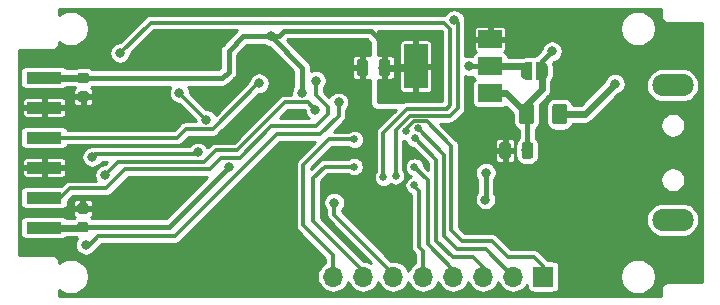
<source format=gbr>
G04 #@! TF.GenerationSoftware,KiCad,Pcbnew,(5.0.0-3-g5ebb6b6)*
G04 #@! TF.CreationDate,2019-02-08T12:04:07-05:00*
G04 #@! TF.ProjectId,ROCKETasp,524F434B45546173702E6B696361645F,2.0*
G04 #@! TF.SameCoordinates,Original*
G04 #@! TF.FileFunction,Copper,L2,Bot,Signal*
G04 #@! TF.FilePolarity,Positive*
%FSLAX46Y46*%
G04 Gerber Fmt 4.6, Leading zero omitted, Abs format (unit mm)*
G04 Created by KiCad (PCBNEW (5.0.0-3-g5ebb6b6)) date Friday, February 08, 2019 at 12:04:07 PM*
%MOMM*%
%LPD*%
G01*
G04 APERTURE LIST*
G04 #@! TA.AperFunction,Conductor*
%ADD10C,0.100000*%
G04 #@! TD*
G04 #@! TA.AperFunction,SMDPad,CuDef*
%ADD11C,0.875000*%
G04 #@! TD*
G04 #@! TA.AperFunction,SMDPad,CuDef*
%ADD12C,0.975000*%
G04 #@! TD*
G04 #@! TA.AperFunction,SMDPad,CuDef*
%ADD13C,1.250000*%
G04 #@! TD*
G04 #@! TA.AperFunction,ComponentPad*
%ADD14O,3.500000X1.900000*%
G04 #@! TD*
G04 #@! TA.AperFunction,ComponentPad*
%ADD15R,1.700000X1.700000*%
G04 #@! TD*
G04 #@! TA.AperFunction,ComponentPad*
%ADD16O,1.700000X1.700000*%
G04 #@! TD*
G04 #@! TA.AperFunction,SMDPad,CuDef*
%ADD17R,3.000000X1.000000*%
G04 #@! TD*
G04 #@! TA.AperFunction,SMDPad,CuDef*
%ADD18C,0.500000*%
G04 #@! TD*
G04 #@! TA.AperFunction,SMDPad,CuDef*
%ADD19R,2.000000X3.800000*%
G04 #@! TD*
G04 #@! TA.AperFunction,SMDPad,CuDef*
%ADD20R,2.000000X1.500000*%
G04 #@! TD*
G04 #@! TA.AperFunction,ViaPad*
%ADD21C,0.762000*%
G04 #@! TD*
G04 #@! TA.AperFunction,ViaPad*
%ADD22C,0.635000*%
G04 #@! TD*
G04 #@! TA.AperFunction,ViaPad*
%ADD23C,0.812800*%
G04 #@! TD*
G04 #@! TA.AperFunction,ViaPad*
%ADD24C,0.889000*%
G04 #@! TD*
G04 #@! TA.AperFunction,Conductor*
%ADD25C,0.609600*%
G04 #@! TD*
G04 #@! TA.AperFunction,Conductor*
%ADD26C,0.457200*%
G04 #@! TD*
G04 #@! TA.AperFunction,Conductor*
%ADD27C,0.304800*%
G04 #@! TD*
G04 #@! TA.AperFunction,Conductor*
%ADD28C,0.254000*%
G04 #@! TD*
G04 APERTURE END LIST*
D10*
G04 #@! TO.N,GND*
G04 #@! TO.C,C3*
G36*
X121321391Y-92578453D02*
X121342626Y-92581603D01*
X121363450Y-92586819D01*
X121383662Y-92594051D01*
X121403068Y-92603230D01*
X121421481Y-92614266D01*
X121438724Y-92627054D01*
X121454630Y-92641470D01*
X121469046Y-92657376D01*
X121481834Y-92674619D01*
X121492870Y-92693032D01*
X121502049Y-92712438D01*
X121509281Y-92732650D01*
X121514497Y-92753474D01*
X121517647Y-92774709D01*
X121518700Y-92796150D01*
X121518700Y-93233650D01*
X121517647Y-93255091D01*
X121514497Y-93276326D01*
X121509281Y-93297150D01*
X121502049Y-93317362D01*
X121492870Y-93336768D01*
X121481834Y-93355181D01*
X121469046Y-93372424D01*
X121454630Y-93388330D01*
X121438724Y-93402746D01*
X121421481Y-93415534D01*
X121403068Y-93426570D01*
X121383662Y-93435749D01*
X121363450Y-93442981D01*
X121342626Y-93448197D01*
X121321391Y-93451347D01*
X121299950Y-93452400D01*
X120787450Y-93452400D01*
X120766009Y-93451347D01*
X120744774Y-93448197D01*
X120723950Y-93442981D01*
X120703738Y-93435749D01*
X120684332Y-93426570D01*
X120665919Y-93415534D01*
X120648676Y-93402746D01*
X120632770Y-93388330D01*
X120618354Y-93372424D01*
X120605566Y-93355181D01*
X120594530Y-93336768D01*
X120585351Y-93317362D01*
X120578119Y-93297150D01*
X120572903Y-93276326D01*
X120569753Y-93255091D01*
X120568700Y-93233650D01*
X120568700Y-92796150D01*
X120569753Y-92774709D01*
X120572903Y-92753474D01*
X120578119Y-92732650D01*
X120585351Y-92712438D01*
X120594530Y-92693032D01*
X120605566Y-92674619D01*
X120618354Y-92657376D01*
X120632770Y-92641470D01*
X120648676Y-92627054D01*
X120665919Y-92614266D01*
X120684332Y-92603230D01*
X120703738Y-92594051D01*
X120723950Y-92586819D01*
X120744774Y-92581603D01*
X120766009Y-92578453D01*
X120787450Y-92577400D01*
X121299950Y-92577400D01*
X121321391Y-92578453D01*
X121321391Y-92578453D01*
G37*
D11*
G04 #@! TD*
G04 #@! TO.P,C3,1*
G04 #@! TO.N,GND*
X121043700Y-93014900D03*
D10*
G04 #@! TO.N,VCC*
G04 #@! TO.C,C3*
G36*
X121321391Y-91003453D02*
X121342626Y-91006603D01*
X121363450Y-91011819D01*
X121383662Y-91019051D01*
X121403068Y-91028230D01*
X121421481Y-91039266D01*
X121438724Y-91052054D01*
X121454630Y-91066470D01*
X121469046Y-91082376D01*
X121481834Y-91099619D01*
X121492870Y-91118032D01*
X121502049Y-91137438D01*
X121509281Y-91157650D01*
X121514497Y-91178474D01*
X121517647Y-91199709D01*
X121518700Y-91221150D01*
X121518700Y-91658650D01*
X121517647Y-91680091D01*
X121514497Y-91701326D01*
X121509281Y-91722150D01*
X121502049Y-91742362D01*
X121492870Y-91761768D01*
X121481834Y-91780181D01*
X121469046Y-91797424D01*
X121454630Y-91813330D01*
X121438724Y-91827746D01*
X121421481Y-91840534D01*
X121403068Y-91851570D01*
X121383662Y-91860749D01*
X121363450Y-91867981D01*
X121342626Y-91873197D01*
X121321391Y-91876347D01*
X121299950Y-91877400D01*
X120787450Y-91877400D01*
X120766009Y-91876347D01*
X120744774Y-91873197D01*
X120723950Y-91867981D01*
X120703738Y-91860749D01*
X120684332Y-91851570D01*
X120665919Y-91840534D01*
X120648676Y-91827746D01*
X120632770Y-91813330D01*
X120618354Y-91797424D01*
X120605566Y-91780181D01*
X120594530Y-91761768D01*
X120585351Y-91742362D01*
X120578119Y-91722150D01*
X120572903Y-91701326D01*
X120569753Y-91680091D01*
X120568700Y-91658650D01*
X120568700Y-91221150D01*
X120569753Y-91199709D01*
X120572903Y-91178474D01*
X120578119Y-91157650D01*
X120585351Y-91137438D01*
X120594530Y-91118032D01*
X120605566Y-91099619D01*
X120618354Y-91082376D01*
X120632770Y-91066470D01*
X120648676Y-91052054D01*
X120665919Y-91039266D01*
X120684332Y-91028230D01*
X120703738Y-91019051D01*
X120723950Y-91011819D01*
X120744774Y-91006603D01*
X120766009Y-91003453D01*
X120787450Y-91002400D01*
X121299950Y-91002400D01*
X121321391Y-91003453D01*
X121321391Y-91003453D01*
G37*
D11*
G04 #@! TD*
G04 #@! TO.P,C3,2*
G04 #@! TO.N,VCC*
X121043700Y-91439900D03*
D10*
G04 #@! TO.N,VCC*
G04 #@! TO.C,C7*
G36*
X146823342Y-89852174D02*
X146847003Y-89855684D01*
X146870207Y-89861496D01*
X146892729Y-89869554D01*
X146914353Y-89879782D01*
X146934870Y-89892079D01*
X146954083Y-89906329D01*
X146971807Y-89922393D01*
X146987871Y-89940117D01*
X147002121Y-89959330D01*
X147014418Y-89979847D01*
X147024646Y-90001471D01*
X147032704Y-90023993D01*
X147038516Y-90047197D01*
X147042026Y-90070858D01*
X147043200Y-90094750D01*
X147043200Y-91007250D01*
X147042026Y-91031142D01*
X147038516Y-91054803D01*
X147032704Y-91078007D01*
X147024646Y-91100529D01*
X147014418Y-91122153D01*
X147002121Y-91142670D01*
X146987871Y-91161883D01*
X146971807Y-91179607D01*
X146954083Y-91195671D01*
X146934870Y-91209921D01*
X146914353Y-91222218D01*
X146892729Y-91232446D01*
X146870207Y-91240504D01*
X146847003Y-91246316D01*
X146823342Y-91249826D01*
X146799450Y-91251000D01*
X146311950Y-91251000D01*
X146288058Y-91249826D01*
X146264397Y-91246316D01*
X146241193Y-91240504D01*
X146218671Y-91232446D01*
X146197047Y-91222218D01*
X146176530Y-91209921D01*
X146157317Y-91195671D01*
X146139593Y-91179607D01*
X146123529Y-91161883D01*
X146109279Y-91142670D01*
X146096982Y-91122153D01*
X146086754Y-91100529D01*
X146078696Y-91078007D01*
X146072884Y-91054803D01*
X146069374Y-91031142D01*
X146068200Y-91007250D01*
X146068200Y-90094750D01*
X146069374Y-90070858D01*
X146072884Y-90047197D01*
X146078696Y-90023993D01*
X146086754Y-90001471D01*
X146096982Y-89979847D01*
X146109279Y-89959330D01*
X146123529Y-89940117D01*
X146139593Y-89922393D01*
X146157317Y-89906329D01*
X146176530Y-89892079D01*
X146197047Y-89879782D01*
X146218671Y-89869554D01*
X146241193Y-89861496D01*
X146264397Y-89855684D01*
X146288058Y-89852174D01*
X146311950Y-89851000D01*
X146799450Y-89851000D01*
X146823342Y-89852174D01*
X146823342Y-89852174D01*
G37*
D12*
G04 #@! TD*
G04 #@! TO.P,C7,1*
G04 #@! TO.N,VCC*
X146555700Y-90551000D03*
D10*
G04 #@! TO.N,GND*
G04 #@! TO.C,C7*
G36*
X144948342Y-89852174D02*
X144972003Y-89855684D01*
X144995207Y-89861496D01*
X145017729Y-89869554D01*
X145039353Y-89879782D01*
X145059870Y-89892079D01*
X145079083Y-89906329D01*
X145096807Y-89922393D01*
X145112871Y-89940117D01*
X145127121Y-89959330D01*
X145139418Y-89979847D01*
X145149646Y-90001471D01*
X145157704Y-90023993D01*
X145163516Y-90047197D01*
X145167026Y-90070858D01*
X145168200Y-90094750D01*
X145168200Y-91007250D01*
X145167026Y-91031142D01*
X145163516Y-91054803D01*
X145157704Y-91078007D01*
X145149646Y-91100529D01*
X145139418Y-91122153D01*
X145127121Y-91142670D01*
X145112871Y-91161883D01*
X145096807Y-91179607D01*
X145079083Y-91195671D01*
X145059870Y-91209921D01*
X145039353Y-91222218D01*
X145017729Y-91232446D01*
X144995207Y-91240504D01*
X144972003Y-91246316D01*
X144948342Y-91249826D01*
X144924450Y-91251000D01*
X144436950Y-91251000D01*
X144413058Y-91249826D01*
X144389397Y-91246316D01*
X144366193Y-91240504D01*
X144343671Y-91232446D01*
X144322047Y-91222218D01*
X144301530Y-91209921D01*
X144282317Y-91195671D01*
X144264593Y-91179607D01*
X144248529Y-91161883D01*
X144234279Y-91142670D01*
X144221982Y-91122153D01*
X144211754Y-91100529D01*
X144203696Y-91078007D01*
X144197884Y-91054803D01*
X144194374Y-91031142D01*
X144193200Y-91007250D01*
X144193200Y-90094750D01*
X144194374Y-90070858D01*
X144197884Y-90047197D01*
X144203696Y-90023993D01*
X144211754Y-90001471D01*
X144221982Y-89979847D01*
X144234279Y-89959330D01*
X144248529Y-89940117D01*
X144264593Y-89922393D01*
X144282317Y-89906329D01*
X144301530Y-89892079D01*
X144322047Y-89879782D01*
X144343671Y-89869554D01*
X144366193Y-89861496D01*
X144389397Y-89855684D01*
X144413058Y-89852174D01*
X144436950Y-89851000D01*
X144924450Y-89851000D01*
X144948342Y-89852174D01*
X144948342Y-89852174D01*
G37*
D12*
G04 #@! TD*
G04 #@! TO.P,C7,2*
G04 #@! TO.N,GND*
X144680700Y-90551000D03*
D10*
G04 #@! TO.N,GND*
G04 #@! TO.C,C8*
G36*
X157038742Y-96875274D02*
X157062403Y-96878784D01*
X157085607Y-96884596D01*
X157108129Y-96892654D01*
X157129753Y-96902882D01*
X157150270Y-96915179D01*
X157169483Y-96929429D01*
X157187207Y-96945493D01*
X157203271Y-96963217D01*
X157217521Y-96982430D01*
X157229818Y-97002947D01*
X157240046Y-97024571D01*
X157248104Y-97047093D01*
X157253916Y-97070297D01*
X157257426Y-97093958D01*
X157258600Y-97117850D01*
X157258600Y-98030350D01*
X157257426Y-98054242D01*
X157253916Y-98077903D01*
X157248104Y-98101107D01*
X157240046Y-98123629D01*
X157229818Y-98145253D01*
X157217521Y-98165770D01*
X157203271Y-98184983D01*
X157187207Y-98202707D01*
X157169483Y-98218771D01*
X157150270Y-98233021D01*
X157129753Y-98245318D01*
X157108129Y-98255546D01*
X157085607Y-98263604D01*
X157062403Y-98269416D01*
X157038742Y-98272926D01*
X157014850Y-98274100D01*
X156527350Y-98274100D01*
X156503458Y-98272926D01*
X156479797Y-98269416D01*
X156456593Y-98263604D01*
X156434071Y-98255546D01*
X156412447Y-98245318D01*
X156391930Y-98233021D01*
X156372717Y-98218771D01*
X156354993Y-98202707D01*
X156338929Y-98184983D01*
X156324679Y-98165770D01*
X156312382Y-98145253D01*
X156302154Y-98123629D01*
X156294096Y-98101107D01*
X156288284Y-98077903D01*
X156284774Y-98054242D01*
X156283600Y-98030350D01*
X156283600Y-97117850D01*
X156284774Y-97093958D01*
X156288284Y-97070297D01*
X156294096Y-97047093D01*
X156302154Y-97024571D01*
X156312382Y-97002947D01*
X156324679Y-96982430D01*
X156338929Y-96963217D01*
X156354993Y-96945493D01*
X156372717Y-96929429D01*
X156391930Y-96915179D01*
X156412447Y-96902882D01*
X156434071Y-96892654D01*
X156456593Y-96884596D01*
X156479797Y-96878784D01*
X156503458Y-96875274D01*
X156527350Y-96874100D01*
X157014850Y-96874100D01*
X157038742Y-96875274D01*
X157038742Y-96875274D01*
G37*
D12*
G04 #@! TD*
G04 #@! TO.P,C8,2*
G04 #@! TO.N,GND*
X156771100Y-97574100D03*
D10*
G04 #@! TO.N,VBUS*
G04 #@! TO.C,C8*
G36*
X158913742Y-96875274D02*
X158937403Y-96878784D01*
X158960607Y-96884596D01*
X158983129Y-96892654D01*
X159004753Y-96902882D01*
X159025270Y-96915179D01*
X159044483Y-96929429D01*
X159062207Y-96945493D01*
X159078271Y-96963217D01*
X159092521Y-96982430D01*
X159104818Y-97002947D01*
X159115046Y-97024571D01*
X159123104Y-97047093D01*
X159128916Y-97070297D01*
X159132426Y-97093958D01*
X159133600Y-97117850D01*
X159133600Y-98030350D01*
X159132426Y-98054242D01*
X159128916Y-98077903D01*
X159123104Y-98101107D01*
X159115046Y-98123629D01*
X159104818Y-98145253D01*
X159092521Y-98165770D01*
X159078271Y-98184983D01*
X159062207Y-98202707D01*
X159044483Y-98218771D01*
X159025270Y-98233021D01*
X159004753Y-98245318D01*
X158983129Y-98255546D01*
X158960607Y-98263604D01*
X158937403Y-98269416D01*
X158913742Y-98272926D01*
X158889850Y-98274100D01*
X158402350Y-98274100D01*
X158378458Y-98272926D01*
X158354797Y-98269416D01*
X158331593Y-98263604D01*
X158309071Y-98255546D01*
X158287447Y-98245318D01*
X158266930Y-98233021D01*
X158247717Y-98218771D01*
X158229993Y-98202707D01*
X158213929Y-98184983D01*
X158199679Y-98165770D01*
X158187382Y-98145253D01*
X158177154Y-98123629D01*
X158169096Y-98101107D01*
X158163284Y-98077903D01*
X158159774Y-98054242D01*
X158158600Y-98030350D01*
X158158600Y-97117850D01*
X158159774Y-97093958D01*
X158163284Y-97070297D01*
X158169096Y-97047093D01*
X158177154Y-97024571D01*
X158187382Y-97002947D01*
X158199679Y-96982430D01*
X158213929Y-96963217D01*
X158229993Y-96945493D01*
X158247717Y-96929429D01*
X158266930Y-96915179D01*
X158287447Y-96902882D01*
X158309071Y-96892654D01*
X158331593Y-96884596D01*
X158354797Y-96878784D01*
X158378458Y-96875274D01*
X158402350Y-96874100D01*
X158889850Y-96874100D01*
X158913742Y-96875274D01*
X158913742Y-96875274D01*
G37*
D12*
G04 #@! TD*
G04 #@! TO.P,C8,1*
G04 #@! TO.N,VBUS*
X158646100Y-97574100D03*
D10*
G04 #@! TO.N,VTG*
G04 #@! TO.C,C9*
G36*
X121295991Y-103627453D02*
X121317226Y-103630603D01*
X121338050Y-103635819D01*
X121358262Y-103643051D01*
X121377668Y-103652230D01*
X121396081Y-103663266D01*
X121413324Y-103676054D01*
X121429230Y-103690470D01*
X121443646Y-103706376D01*
X121456434Y-103723619D01*
X121467470Y-103742032D01*
X121476649Y-103761438D01*
X121483881Y-103781650D01*
X121489097Y-103802474D01*
X121492247Y-103823709D01*
X121493300Y-103845150D01*
X121493300Y-104282650D01*
X121492247Y-104304091D01*
X121489097Y-104325326D01*
X121483881Y-104346150D01*
X121476649Y-104366362D01*
X121467470Y-104385768D01*
X121456434Y-104404181D01*
X121443646Y-104421424D01*
X121429230Y-104437330D01*
X121413324Y-104451746D01*
X121396081Y-104464534D01*
X121377668Y-104475570D01*
X121358262Y-104484749D01*
X121338050Y-104491981D01*
X121317226Y-104497197D01*
X121295991Y-104500347D01*
X121274550Y-104501400D01*
X120762050Y-104501400D01*
X120740609Y-104500347D01*
X120719374Y-104497197D01*
X120698550Y-104491981D01*
X120678338Y-104484749D01*
X120658932Y-104475570D01*
X120640519Y-104464534D01*
X120623276Y-104451746D01*
X120607370Y-104437330D01*
X120592954Y-104421424D01*
X120580166Y-104404181D01*
X120569130Y-104385768D01*
X120559951Y-104366362D01*
X120552719Y-104346150D01*
X120547503Y-104325326D01*
X120544353Y-104304091D01*
X120543300Y-104282650D01*
X120543300Y-103845150D01*
X120544353Y-103823709D01*
X120547503Y-103802474D01*
X120552719Y-103781650D01*
X120559951Y-103761438D01*
X120569130Y-103742032D01*
X120580166Y-103723619D01*
X120592954Y-103706376D01*
X120607370Y-103690470D01*
X120623276Y-103676054D01*
X120640519Y-103663266D01*
X120658932Y-103652230D01*
X120678338Y-103643051D01*
X120698550Y-103635819D01*
X120719374Y-103630603D01*
X120740609Y-103627453D01*
X120762050Y-103626400D01*
X121274550Y-103626400D01*
X121295991Y-103627453D01*
X121295991Y-103627453D01*
G37*
D11*
G04 #@! TD*
G04 #@! TO.P,C9,1*
G04 #@! TO.N,VTG*
X121018300Y-104063900D03*
D10*
G04 #@! TO.N,GND*
G04 #@! TO.C,C9*
G36*
X121295991Y-102052453D02*
X121317226Y-102055603D01*
X121338050Y-102060819D01*
X121358262Y-102068051D01*
X121377668Y-102077230D01*
X121396081Y-102088266D01*
X121413324Y-102101054D01*
X121429230Y-102115470D01*
X121443646Y-102131376D01*
X121456434Y-102148619D01*
X121467470Y-102167032D01*
X121476649Y-102186438D01*
X121483881Y-102206650D01*
X121489097Y-102227474D01*
X121492247Y-102248709D01*
X121493300Y-102270150D01*
X121493300Y-102707650D01*
X121492247Y-102729091D01*
X121489097Y-102750326D01*
X121483881Y-102771150D01*
X121476649Y-102791362D01*
X121467470Y-102810768D01*
X121456434Y-102829181D01*
X121443646Y-102846424D01*
X121429230Y-102862330D01*
X121413324Y-102876746D01*
X121396081Y-102889534D01*
X121377668Y-102900570D01*
X121358262Y-102909749D01*
X121338050Y-102916981D01*
X121317226Y-102922197D01*
X121295991Y-102925347D01*
X121274550Y-102926400D01*
X120762050Y-102926400D01*
X120740609Y-102925347D01*
X120719374Y-102922197D01*
X120698550Y-102916981D01*
X120678338Y-102909749D01*
X120658932Y-102900570D01*
X120640519Y-102889534D01*
X120623276Y-102876746D01*
X120607370Y-102862330D01*
X120592954Y-102846424D01*
X120580166Y-102829181D01*
X120569130Y-102810768D01*
X120559951Y-102791362D01*
X120552719Y-102771150D01*
X120547503Y-102750326D01*
X120544353Y-102729091D01*
X120543300Y-102707650D01*
X120543300Y-102270150D01*
X120544353Y-102248709D01*
X120547503Y-102227474D01*
X120552719Y-102206650D01*
X120559951Y-102186438D01*
X120569130Y-102167032D01*
X120580166Y-102148619D01*
X120592954Y-102131376D01*
X120607370Y-102115470D01*
X120623276Y-102101054D01*
X120640519Y-102088266D01*
X120658932Y-102077230D01*
X120678338Y-102068051D01*
X120698550Y-102060819D01*
X120719374Y-102055603D01*
X120740609Y-102052453D01*
X120762050Y-102051400D01*
X121274550Y-102051400D01*
X121295991Y-102052453D01*
X121295991Y-102052453D01*
G37*
D11*
G04 #@! TD*
G04 #@! TO.P,C9,2*
G04 #@! TO.N,GND*
X121018300Y-102488900D03*
D10*
G04 #@! TO.N,VBUS*
G04 #@! TO.C,F1*
G36*
X158981404Y-93626904D02*
X159005673Y-93630504D01*
X159029471Y-93636465D01*
X159052571Y-93644730D01*
X159074749Y-93655220D01*
X159095793Y-93667833D01*
X159115498Y-93682447D01*
X159133677Y-93698923D01*
X159150153Y-93717102D01*
X159164767Y-93736807D01*
X159177380Y-93757851D01*
X159187870Y-93780029D01*
X159196135Y-93803129D01*
X159202096Y-93826927D01*
X159205696Y-93851196D01*
X159206900Y-93875700D01*
X159206900Y-95125700D01*
X159205696Y-95150204D01*
X159202096Y-95174473D01*
X159196135Y-95198271D01*
X159187870Y-95221371D01*
X159177380Y-95243549D01*
X159164767Y-95264593D01*
X159150153Y-95284298D01*
X159133677Y-95302477D01*
X159115498Y-95318953D01*
X159095793Y-95333567D01*
X159074749Y-95346180D01*
X159052571Y-95356670D01*
X159029471Y-95364935D01*
X159005673Y-95370896D01*
X158981404Y-95374496D01*
X158956900Y-95375700D01*
X158206900Y-95375700D01*
X158182396Y-95374496D01*
X158158127Y-95370896D01*
X158134329Y-95364935D01*
X158111229Y-95356670D01*
X158089051Y-95346180D01*
X158068007Y-95333567D01*
X158048302Y-95318953D01*
X158030123Y-95302477D01*
X158013647Y-95284298D01*
X157999033Y-95264593D01*
X157986420Y-95243549D01*
X157975930Y-95221371D01*
X157967665Y-95198271D01*
X157961704Y-95174473D01*
X157958104Y-95150204D01*
X157956900Y-95125700D01*
X157956900Y-93875700D01*
X157958104Y-93851196D01*
X157961704Y-93826927D01*
X157967665Y-93803129D01*
X157975930Y-93780029D01*
X157986420Y-93757851D01*
X157999033Y-93736807D01*
X158013647Y-93717102D01*
X158030123Y-93698923D01*
X158048302Y-93682447D01*
X158068007Y-93667833D01*
X158089051Y-93655220D01*
X158111229Y-93644730D01*
X158134329Y-93636465D01*
X158158127Y-93630504D01*
X158182396Y-93626904D01*
X158206900Y-93625700D01*
X158956900Y-93625700D01*
X158981404Y-93626904D01*
X158981404Y-93626904D01*
G37*
D13*
G04 #@! TD*
G04 #@! TO.P,F1,1*
G04 #@! TO.N,VBUS*
X158581900Y-94500700D03*
D10*
G04 #@! TO.N,Net-(F1-Pad2)*
G04 #@! TO.C,F1*
G36*
X161781404Y-93626904D02*
X161805673Y-93630504D01*
X161829471Y-93636465D01*
X161852571Y-93644730D01*
X161874749Y-93655220D01*
X161895793Y-93667833D01*
X161915498Y-93682447D01*
X161933677Y-93698923D01*
X161950153Y-93717102D01*
X161964767Y-93736807D01*
X161977380Y-93757851D01*
X161987870Y-93780029D01*
X161996135Y-93803129D01*
X162002096Y-93826927D01*
X162005696Y-93851196D01*
X162006900Y-93875700D01*
X162006900Y-95125700D01*
X162005696Y-95150204D01*
X162002096Y-95174473D01*
X161996135Y-95198271D01*
X161987870Y-95221371D01*
X161977380Y-95243549D01*
X161964767Y-95264593D01*
X161950153Y-95284298D01*
X161933677Y-95302477D01*
X161915498Y-95318953D01*
X161895793Y-95333567D01*
X161874749Y-95346180D01*
X161852571Y-95356670D01*
X161829471Y-95364935D01*
X161805673Y-95370896D01*
X161781404Y-95374496D01*
X161756900Y-95375700D01*
X161006900Y-95375700D01*
X160982396Y-95374496D01*
X160958127Y-95370896D01*
X160934329Y-95364935D01*
X160911229Y-95356670D01*
X160889051Y-95346180D01*
X160868007Y-95333567D01*
X160848302Y-95318953D01*
X160830123Y-95302477D01*
X160813647Y-95284298D01*
X160799033Y-95264593D01*
X160786420Y-95243549D01*
X160775930Y-95221371D01*
X160767665Y-95198271D01*
X160761704Y-95174473D01*
X160758104Y-95150204D01*
X160756900Y-95125700D01*
X160756900Y-93875700D01*
X160758104Y-93851196D01*
X160761704Y-93826927D01*
X160767665Y-93803129D01*
X160775930Y-93780029D01*
X160786420Y-93757851D01*
X160799033Y-93736807D01*
X160813647Y-93717102D01*
X160830123Y-93698923D01*
X160848302Y-93682447D01*
X160868007Y-93667833D01*
X160889051Y-93655220D01*
X160911229Y-93644730D01*
X160934329Y-93636465D01*
X160958127Y-93630504D01*
X160982396Y-93626904D01*
X161006900Y-93625700D01*
X161756900Y-93625700D01*
X161781404Y-93626904D01*
X161781404Y-93626904D01*
G37*
D13*
G04 #@! TD*
G04 #@! TO.P,F1,2*
G04 #@! TO.N,Net-(F1-Pad2)*
X161381900Y-94500700D03*
D14*
G04 #@! TO.P,J1,5*
G04 #@! TO.N,Net-(J1-Pad5)*
X170951600Y-92050000D03*
X170951600Y-103450000D03*
G04 #@! TD*
D15*
G04 #@! TO.P,J2,1*
G04 #@! TO.N,PD6*
X160000000Y-108250000D03*
D16*
G04 #@! TO.P,J2,2*
G04 #@! TO.N,PD5*
X157460000Y-108250000D03*
G04 #@! TO.P,J2,3*
G04 #@! TO.N,PE1*
X154920000Y-108250000D03*
G04 #@! TO.P,J2,4*
G04 #@! TO.N,PE0*
X152380000Y-108250000D03*
G04 #@! TO.P,J2,5*
G04 #@! TO.N,PD3*
X149840000Y-108250000D03*
G04 #@! TO.P,J2,6*
G04 #@! TO.N,PC1*
X147300000Y-108250000D03*
G04 #@! TO.P,J2,7*
G04 #@! TO.N,PE3*
X144760000Y-108250000D03*
G04 #@! TO.P,J2,8*
G04 #@! TO.N,PE2*
X142220000Y-108250000D03*
G04 #@! TD*
D17*
G04 #@! TO.P,J3,12*
G04 #@! TO.N,VCC*
X117738400Y-91400000D03*
G04 #@! TO.P,J3,10*
G04 #@! TO.N,GND*
X117738400Y-93940000D03*
G04 #@! TO.P,J3,8*
G04 #@! TO.N,SLWCLK*
X117738400Y-96480000D03*
G04 #@! TO.P,J3,6*
G04 #@! TO.N,GND*
X117738400Y-99020000D03*
G04 #@! TO.P,J3,4*
G04 #@! TO.N,MOSI*
X117738400Y-101560000D03*
G04 #@! TO.P,J3,2*
G04 #@! TO.N,VTG*
X117738400Y-104100000D03*
G04 #@! TD*
D18*
G04 #@! TO.P,JP1,1*
G04 #@! TO.N,VBUS*
X159882600Y-90830400D03*
D10*
G04 #@! TD*
G04 #@! TO.N,VBUS*
G04 #@! TO.C,JP1*
G36*
X159382600Y-90080400D02*
X159882600Y-90080400D01*
X159882600Y-90081002D01*
X159907134Y-90081002D01*
X159955965Y-90085812D01*
X160004090Y-90095384D01*
X160051045Y-90109628D01*
X160096378Y-90128405D01*
X160139651Y-90151536D01*
X160180450Y-90178796D01*
X160218379Y-90209924D01*
X160253076Y-90244621D01*
X160284204Y-90282550D01*
X160311464Y-90323349D01*
X160334595Y-90366622D01*
X160353372Y-90411955D01*
X160367616Y-90458910D01*
X160377188Y-90507035D01*
X160381998Y-90555866D01*
X160381998Y-90580400D01*
X160382600Y-90580400D01*
X160382600Y-91080400D01*
X160381998Y-91080400D01*
X160381998Y-91104934D01*
X160377188Y-91153765D01*
X160367616Y-91201890D01*
X160353372Y-91248845D01*
X160334595Y-91294178D01*
X160311464Y-91337451D01*
X160284204Y-91378250D01*
X160253076Y-91416179D01*
X160218379Y-91450876D01*
X160180450Y-91482004D01*
X160139651Y-91509264D01*
X160096378Y-91532395D01*
X160051045Y-91551172D01*
X160004090Y-91565416D01*
X159955965Y-91574988D01*
X159907134Y-91579798D01*
X159882600Y-91579798D01*
X159882600Y-91580400D01*
X159382600Y-91580400D01*
X159382600Y-90080400D01*
X159382600Y-90080400D01*
G37*
D18*
G04 #@! TO.P,JP1,2*
G04 #@! TO.N,VCC*
X158582600Y-90830400D03*
D10*
G04 #@! TD*
G04 #@! TO.N,VCC*
G04 #@! TO.C,JP1*
G36*
X158582600Y-91579798D02*
X158558066Y-91579798D01*
X158509235Y-91574988D01*
X158461110Y-91565416D01*
X158414155Y-91551172D01*
X158368822Y-91532395D01*
X158325549Y-91509264D01*
X158284750Y-91482004D01*
X158246821Y-91450876D01*
X158212124Y-91416179D01*
X158180996Y-91378250D01*
X158153736Y-91337451D01*
X158130605Y-91294178D01*
X158111828Y-91248845D01*
X158097584Y-91201890D01*
X158088012Y-91153765D01*
X158083202Y-91104934D01*
X158083202Y-91080400D01*
X158082600Y-91080400D01*
X158082600Y-90580400D01*
X158083202Y-90580400D01*
X158083202Y-90555866D01*
X158088012Y-90507035D01*
X158097584Y-90458910D01*
X158111828Y-90411955D01*
X158130605Y-90366622D01*
X158153736Y-90323349D01*
X158180996Y-90282550D01*
X158212124Y-90244621D01*
X158246821Y-90209924D01*
X158284750Y-90178796D01*
X158325549Y-90151536D01*
X158368822Y-90128405D01*
X158414155Y-90109628D01*
X158461110Y-90095384D01*
X158509235Y-90085812D01*
X158558066Y-90081002D01*
X158582600Y-90081002D01*
X158582600Y-90080400D01*
X159082600Y-90080400D01*
X159082600Y-91580400D01*
X158582600Y-91580400D01*
X158582600Y-91579798D01*
X158582600Y-91579798D01*
G37*
D19*
G04 #@! TO.P,U2,2*
G04 #@! TO.N,VCC*
X149199200Y-90449400D03*
D20*
X155499200Y-90449400D03*
G04 #@! TO.P,U2,3*
G04 #@! TO.N,VBUS*
X155499200Y-92749400D03*
G04 #@! TO.P,U2,1*
G04 #@! TO.N,GND*
X155499200Y-88149400D03*
G04 #@! TD*
D21*
G04 #@! TO.N,GND*
X138493500Y-94551500D03*
D22*
X154330400Y-96532700D03*
X158699200Y-89204800D03*
X154317700Y-97383602D03*
X154343100Y-95669098D03*
X159499300Y-89192100D03*
D23*
X167182800Y-104140000D03*
X167182800Y-103174800D03*
X168097200Y-103174800D03*
X168097200Y-104127300D03*
X167170100Y-105054400D03*
X168097200Y-105041700D03*
X166255700Y-103174800D03*
X166243000Y-104114600D03*
X166230300Y-105054400D03*
X167617900Y-90401900D03*
X133400800Y-101574600D03*
X133515100Y-96469200D03*
X124790200Y-87528400D03*
X124853700Y-107975400D03*
X138480700Y-97984000D03*
D24*
X147472400Y-105752900D03*
X154571700Y-104114600D03*
D23*
G04 #@! TO.N,VCC*
X136931400Y-87909400D03*
X139573000Y-92710000D03*
X155130500Y-99453700D03*
X155105100Y-101727000D03*
X153746200Y-90449400D03*
X150888700Y-87922100D03*
G04 #@! TO.N,VBUS*
X160743900Y-89166700D03*
G04 #@! TO.N,VTG*
X133400800Y-98996500D03*
G04 #@! TO.N,Net-(F1-Pad2)*
X166077900Y-91922600D03*
G04 #@! TO.N,PC1*
X142303500Y-101981000D03*
D22*
G04 #@! TO.N,PD3*
X149072600Y-100533200D03*
G04 #@! TO.N,PD5*
X149364700Y-95707200D03*
G04 #@! TO.N,PD6*
X148412200Y-95948500D03*
G04 #@! TO.N,PE0*
X149085300Y-98971100D03*
G04 #@! TO.N,PE1*
X149098000Y-96558100D03*
G04 #@! TO.N,PE2*
X144005300Y-96634300D03*
G04 #@! TO.N,PE3*
X143979900Y-98945700D03*
D23*
G04 #@! TO.N,TXD*
X152463500Y-86525100D03*
D22*
X147497800Y-99720400D03*
D23*
G04 #@! TO.N,RXD*
X124155200Y-89319100D03*
D22*
X146456400Y-99847400D03*
D23*
G04 #@! TO.N,SLWCLK*
X135940800Y-91884500D03*
G04 #@! TO.N,RESET*
X129184400Y-92697300D03*
X131483100Y-94996000D03*
G04 #@! TO.N,SCK*
X140703300Y-94107000D03*
X122885200Y-99656900D03*
G04 #@! TO.N,MOSI*
X140741400Y-91655900D03*
G04 #@! TO.N,MISO*
X142671800Y-93497400D03*
X121259600Y-105562400D03*
G04 #@! TO.N,MISC*
X130759200Y-97739200D03*
X121805700Y-98120200D03*
G04 #@! TD*
D25*
G04 #@! TO.N,VCC*
X158201600Y-90449400D02*
X158582600Y-90830400D01*
X155499200Y-90449400D02*
X158201600Y-90449400D01*
X149097600Y-90551000D02*
X149199200Y-90449400D01*
X146555700Y-90551000D02*
X149097600Y-90551000D01*
X121003800Y-91400000D02*
X121043700Y-91439900D01*
X117738400Y-91400000D02*
X121003800Y-91400000D01*
D26*
X146555700Y-88618300D02*
X146555700Y-90551000D01*
X145376900Y-87439500D02*
X146555700Y-88618300D01*
X138087100Y-87439500D02*
X145376900Y-87439500D01*
X137617200Y-87909400D02*
X138087100Y-87439500D01*
X136931400Y-87909400D02*
X137617200Y-87909400D01*
X136931400Y-87909400D02*
X134607300Y-87909400D01*
X134607300Y-87909400D02*
X133350000Y-89166700D01*
X133350000Y-89166700D02*
X133350000Y-90893900D01*
X132804000Y-91439900D02*
X121043700Y-91439900D01*
X133350000Y-90893900D02*
X132804000Y-91439900D01*
X139573000Y-90551000D02*
X136931400Y-87909400D01*
X139573000Y-92710000D02*
X139573000Y-90551000D01*
X155130500Y-101701600D02*
X155130500Y-99453700D01*
X155105100Y-101727000D02*
X155130500Y-101701600D01*
X155499200Y-90449400D02*
X153746200Y-90449400D01*
D25*
G04 #@! TO.N,VBUS*
X156830600Y-92749400D02*
X158581900Y-94500700D01*
X155499200Y-92749400D02*
X156830600Y-92749400D01*
X158581900Y-94500700D02*
X158581900Y-93652800D01*
X159882600Y-92352100D02*
X159882600Y-90830400D01*
X158581900Y-93652800D02*
X159882600Y-92352100D01*
D26*
X159882600Y-90028000D02*
X160743900Y-89166700D01*
X159882600Y-90830400D02*
X159882600Y-90028000D01*
X158646100Y-94564900D02*
X158581900Y-94500700D01*
X158646100Y-97574100D02*
X158646100Y-94564900D01*
D25*
G04 #@! TO.N,VTG*
X120982200Y-104100000D02*
X121018300Y-104063900D01*
X117738400Y-104100000D02*
X120982200Y-104100000D01*
D26*
X128333400Y-104063900D02*
X121018300Y-104063900D01*
X133400800Y-98996500D02*
X128333400Y-104063900D01*
D25*
G04 #@! TO.N,Net-(F1-Pad2)*
X163499800Y-94500700D02*
X166077900Y-91922600D01*
X161381900Y-94500700D02*
X163499800Y-94500700D01*
D27*
G04 #@! TO.N,PC1*
X147300000Y-108250000D02*
X147300000Y-108234800D01*
X147300000Y-108250000D02*
X147300000Y-108006200D01*
X147300000Y-108006200D02*
X142303500Y-103009700D01*
X142303500Y-103009700D02*
X142303500Y-101981000D01*
G04 #@! TO.N,PD3*
X149821900Y-106108500D02*
X149821900Y-108231900D01*
X149491700Y-105778300D02*
X149821900Y-106108500D01*
X149491700Y-101041200D02*
X149491700Y-105778300D01*
X149072600Y-100622100D02*
X149491700Y-101041200D01*
X149821900Y-108231900D02*
X149840000Y-108250000D01*
X149072600Y-100533200D02*
X149072600Y-100622100D01*
G04 #@! TO.N,PD5*
X151587200Y-97929700D02*
X149364700Y-95707200D01*
X151587200Y-104825800D02*
X151587200Y-97929700D01*
X155128000Y-105918000D02*
X152679400Y-105918000D01*
X152679400Y-105918000D02*
X151587200Y-104825800D01*
X157460000Y-108250000D02*
X155128000Y-105918000D01*
G04 #@! TO.N,PD6*
X148412200Y-95732600D02*
X148412200Y-95948500D01*
X152196800Y-97180400D02*
X150126700Y-95110300D01*
X152196800Y-104330500D02*
X152196800Y-97180400D01*
X153111200Y-105244900D02*
X152196800Y-104330500D01*
X157022800Y-106591100D02*
X155676600Y-105244900D01*
X149034500Y-95110300D02*
X148412200Y-95732600D01*
X150126700Y-95110300D02*
X149034500Y-95110300D01*
X155676600Y-105244900D02*
X153111200Y-105244900D01*
X159194500Y-106591100D02*
X157022800Y-106591100D01*
X160000000Y-107396600D02*
X159194500Y-106591100D01*
X160000000Y-108250000D02*
X160000000Y-107396600D01*
G04 #@! TO.N,PE0*
X150202900Y-105524300D02*
X152380000Y-107701400D01*
X150202900Y-100088700D02*
X150202900Y-105524300D01*
X152380000Y-107701400D02*
X152380000Y-108250000D01*
X149085300Y-98971100D02*
X150202900Y-100088700D01*
G04 #@! TO.N,PE1*
X150939500Y-98399600D02*
X149098000Y-96558100D01*
X150939500Y-105206800D02*
X150939500Y-98399600D01*
X154076400Y-106591100D02*
X152323800Y-106591100D01*
X154920000Y-107434700D02*
X154076400Y-106591100D01*
X152323800Y-106591100D02*
X150939500Y-105206800D01*
X154920000Y-108250000D02*
X154920000Y-107434700D01*
G04 #@! TO.N,PE2*
X142220000Y-108250000D02*
X142220000Y-106456800D01*
X142220000Y-106456800D02*
X139687300Y-103924100D01*
X139687300Y-103924100D02*
X139687300Y-98818700D01*
X139687300Y-98818700D02*
X141871700Y-96634300D01*
X141871700Y-96634300D02*
X144005300Y-96634300D01*
G04 #@! TO.N,PE3*
X144760000Y-108250000D02*
X144760000Y-107803000D01*
X144760000Y-107803000D02*
X140538200Y-103581200D01*
X140538200Y-103581200D02*
X140538200Y-99910900D01*
X140538200Y-99910900D02*
X141503400Y-98945700D01*
X141503400Y-98945700D02*
X143979900Y-98945700D01*
G04 #@! TO.N,TXD*
X152742900Y-86804500D02*
X152463500Y-86525100D01*
X152082500Y-94640400D02*
X152742900Y-93980000D01*
X152742900Y-93980000D02*
X152742900Y-86804500D01*
X148691600Y-94640400D02*
X152082500Y-94640400D01*
X147497800Y-95834200D02*
X148691600Y-94640400D01*
X147497800Y-99720400D02*
X147497800Y-95834200D01*
G04 #@! TO.N,RXD*
X124180600Y-89319100D02*
X124155200Y-89319100D01*
X126746000Y-86753700D02*
X124180600Y-89319100D01*
X151587200Y-86753700D02*
X126746000Y-86753700D01*
X152120600Y-87287100D02*
X151587200Y-86753700D01*
X152120600Y-93738700D02*
X152120600Y-87287100D01*
X151828500Y-94030800D02*
X152120600Y-93738700D01*
X146456400Y-99847400D02*
X146456400Y-96075500D01*
X146456400Y-96075500D02*
X148501100Y-94030800D01*
X148501100Y-94030800D02*
X151828500Y-94030800D01*
G04 #@! TO.N,SLWCLK*
X128995800Y-96480000D02*
X117738400Y-96480000D01*
X132003800Y-95758000D02*
X129717800Y-95758000D01*
X135877300Y-91884500D02*
X132003800Y-95758000D01*
X129717800Y-95758000D02*
X128995800Y-96480000D01*
X135940800Y-91884500D02*
X135877300Y-91884500D01*
G04 #@! TO.N,RESET*
X129184400Y-92722700D02*
X129184400Y-92697300D01*
X131457700Y-94996000D02*
X129184400Y-92722700D01*
X131483100Y-94996000D02*
X131457700Y-94996000D01*
G04 #@! TO.N,SCK*
X140093700Y-93497400D02*
X140703300Y-94107000D01*
X138112500Y-93497400D02*
X140093700Y-93497400D01*
X134048500Y-97561400D02*
X138112500Y-93497400D01*
X132270500Y-97561400D02*
X134048500Y-97561400D01*
X131292600Y-98539300D02*
X132270500Y-97561400D01*
X124002800Y-98539300D02*
X131292600Y-98539300D01*
X122885200Y-99656900D02*
X124002800Y-98539300D01*
G04 #@! TO.N,MOSI*
X140741400Y-92875100D02*
X140741400Y-91655900D01*
X141744700Y-93878400D02*
X140741400Y-92875100D01*
X141744700Y-94488000D02*
X141744700Y-93878400D01*
X140728700Y-95504000D02*
X141744700Y-94488000D01*
X136969500Y-95504000D02*
X140728700Y-95504000D01*
X134289800Y-98183700D02*
X136969500Y-95504000D01*
X132727700Y-98183700D02*
X134289800Y-98183700D01*
X124612400Y-99161600D02*
X131749800Y-99161600D01*
X122986800Y-100787200D02*
X124612400Y-99161600D01*
X131749800Y-99161600D02*
X132727700Y-98183700D01*
X117738400Y-101560000D02*
X119115200Y-101560000D01*
X119888000Y-100787200D02*
X122986800Y-100787200D01*
X119115200Y-101560000D02*
X119888000Y-100787200D01*
G04 #@! TO.N,MISO*
X142671800Y-94627700D02*
X142671800Y-93497400D01*
X141097000Y-96202500D02*
X142671800Y-94627700D01*
X137452100Y-96202500D02*
X141097000Y-96202500D01*
X128816100Y-104838500D02*
X137452100Y-96202500D01*
X121259600Y-105562400D02*
X121602500Y-105562400D01*
X122326400Y-104838500D02*
X128816100Y-104838500D01*
X121602500Y-105562400D02*
X122326400Y-104838500D01*
G04 #@! TO.N,MISC*
X130606800Y-97891600D02*
X130759200Y-97739200D01*
X122034300Y-97891600D02*
X130606800Y-97891600D01*
X121805700Y-98120200D02*
X122034300Y-97891600D01*
G04 #@! TD*
D28*
G04 #@! TO.N,GND*
G36*
X169967001Y-86171357D02*
X169964180Y-86200000D01*
X169975436Y-86314288D01*
X170008773Y-86424184D01*
X170062908Y-86525464D01*
X170135763Y-86614237D01*
X170224536Y-86687092D01*
X170325816Y-86741227D01*
X170435712Y-86774564D01*
X170521367Y-86783000D01*
X170550000Y-86785820D01*
X170578633Y-86783000D01*
X173417000Y-86783000D01*
X173417001Y-108717000D01*
X170578633Y-108717000D01*
X170550000Y-108714180D01*
X170521367Y-108717000D01*
X170435712Y-108725436D01*
X170325816Y-108758773D01*
X170224536Y-108812908D01*
X170135763Y-108885763D01*
X170062908Y-108974536D01*
X170008773Y-109075816D01*
X169975436Y-109185712D01*
X169964180Y-109300000D01*
X169967000Y-109328633D01*
X169967001Y-109917000D01*
X119033000Y-109917000D01*
X119033000Y-109415634D01*
X119038706Y-109421340D01*
X119285694Y-109586373D01*
X119560132Y-109700049D01*
X119851475Y-109758000D01*
X120148525Y-109758000D01*
X120439868Y-109700049D01*
X120714306Y-109586373D01*
X120961294Y-109421340D01*
X121171340Y-109211294D01*
X121336373Y-108964306D01*
X121450049Y-108689868D01*
X121508000Y-108398525D01*
X121508000Y-108101475D01*
X121450049Y-107810132D01*
X121336373Y-107535694D01*
X121171340Y-107288706D01*
X120961294Y-107078660D01*
X120714306Y-106913627D01*
X120439868Y-106799951D01*
X120148525Y-106742000D01*
X119851475Y-106742000D01*
X119560132Y-106799951D01*
X119285694Y-106913627D01*
X119038706Y-107078660D01*
X119033000Y-107084366D01*
X119033000Y-107028632D01*
X119035820Y-107000000D01*
X119024564Y-106885712D01*
X118991227Y-106775816D01*
X118937092Y-106674536D01*
X118864237Y-106585763D01*
X118775464Y-106512908D01*
X118674184Y-106458773D01*
X118564288Y-106425436D01*
X118478633Y-106417000D01*
X118450000Y-106414180D01*
X118421367Y-106417000D01*
X115583000Y-106417000D01*
X115583000Y-99242250D01*
X115857400Y-99242250D01*
X115857400Y-99557525D01*
X115872042Y-99631134D01*
X115900762Y-99700471D01*
X115942458Y-99762874D01*
X115995527Y-99815942D01*
X116057929Y-99857638D01*
X116127267Y-99886358D01*
X116200875Y-99901000D01*
X117516150Y-99901000D01*
X117611400Y-99805750D01*
X117611400Y-99147000D01*
X117865400Y-99147000D01*
X117865400Y-99805750D01*
X117960650Y-99901000D01*
X119275925Y-99901000D01*
X119349533Y-99886358D01*
X119418871Y-99857638D01*
X119481273Y-99815942D01*
X119534342Y-99762874D01*
X119576038Y-99700471D01*
X119604758Y-99631134D01*
X119619400Y-99557525D01*
X119619400Y-99242250D01*
X119524150Y-99147000D01*
X117865400Y-99147000D01*
X117611400Y-99147000D01*
X115952650Y-99147000D01*
X115857400Y-99242250D01*
X115583000Y-99242250D01*
X115583000Y-98482475D01*
X115857400Y-98482475D01*
X115857400Y-98797750D01*
X115952650Y-98893000D01*
X117611400Y-98893000D01*
X117611400Y-98234250D01*
X117865400Y-98234250D01*
X117865400Y-98893000D01*
X119524150Y-98893000D01*
X119619400Y-98797750D01*
X119619400Y-98482475D01*
X119604758Y-98408866D01*
X119576038Y-98339529D01*
X119534342Y-98277126D01*
X119481273Y-98224058D01*
X119418871Y-98182362D01*
X119349533Y-98153642D01*
X119275925Y-98139000D01*
X117960650Y-98139000D01*
X117865400Y-98234250D01*
X117611400Y-98234250D01*
X117516150Y-98139000D01*
X116200875Y-98139000D01*
X116127267Y-98153642D01*
X116057929Y-98182362D01*
X115995527Y-98224058D01*
X115942458Y-98277126D01*
X115900762Y-98339529D01*
X115872042Y-98408866D01*
X115857400Y-98482475D01*
X115583000Y-98482475D01*
X115583000Y-94162250D01*
X115857400Y-94162250D01*
X115857400Y-94477525D01*
X115872042Y-94551134D01*
X115900762Y-94620471D01*
X115942458Y-94682874D01*
X115995527Y-94735942D01*
X116057929Y-94777638D01*
X116127267Y-94806358D01*
X116200875Y-94821000D01*
X117516150Y-94821000D01*
X117611400Y-94725750D01*
X117611400Y-94067000D01*
X117865400Y-94067000D01*
X117865400Y-94725750D01*
X117960650Y-94821000D01*
X119275925Y-94821000D01*
X119349533Y-94806358D01*
X119418871Y-94777638D01*
X119481273Y-94735942D01*
X119534342Y-94682874D01*
X119576038Y-94620471D01*
X119604758Y-94551134D01*
X119619400Y-94477525D01*
X119619400Y-94162250D01*
X119524150Y-94067000D01*
X117865400Y-94067000D01*
X117611400Y-94067000D01*
X115952650Y-94067000D01*
X115857400Y-94162250D01*
X115583000Y-94162250D01*
X115583000Y-93402475D01*
X115857400Y-93402475D01*
X115857400Y-93717750D01*
X115952650Y-93813000D01*
X117611400Y-93813000D01*
X117611400Y-93154250D01*
X117865400Y-93154250D01*
X117865400Y-93813000D01*
X119524150Y-93813000D01*
X119619400Y-93717750D01*
X119619400Y-93402475D01*
X119604758Y-93328866D01*
X119576038Y-93259529D01*
X119561085Y-93237150D01*
X120187700Y-93237150D01*
X120187700Y-93489925D01*
X120202342Y-93563533D01*
X120231062Y-93632871D01*
X120272758Y-93695273D01*
X120325826Y-93748342D01*
X120388229Y-93790038D01*
X120457566Y-93818758D01*
X120531175Y-93833400D01*
X120821450Y-93833400D01*
X120916700Y-93738150D01*
X120916700Y-93141900D01*
X121170700Y-93141900D01*
X121170700Y-93738150D01*
X121265950Y-93833400D01*
X121556225Y-93833400D01*
X121629834Y-93818758D01*
X121699171Y-93790038D01*
X121761574Y-93748342D01*
X121814642Y-93695273D01*
X121856338Y-93632871D01*
X121885058Y-93563533D01*
X121899700Y-93489925D01*
X121899700Y-93237150D01*
X121804450Y-93141900D01*
X121170700Y-93141900D01*
X120916700Y-93141900D01*
X120282950Y-93141900D01*
X120187700Y-93237150D01*
X119561085Y-93237150D01*
X119534342Y-93197126D01*
X119481273Y-93144058D01*
X119418871Y-93102362D01*
X119349533Y-93073642D01*
X119275925Y-93059000D01*
X117960650Y-93059000D01*
X117865400Y-93154250D01*
X117611400Y-93154250D01*
X117516150Y-93059000D01*
X116200875Y-93059000D01*
X116127267Y-93073642D01*
X116057929Y-93102362D01*
X115995527Y-93144058D01*
X115942458Y-93197126D01*
X115900762Y-93259529D01*
X115872042Y-93328866D01*
X115857400Y-93402475D01*
X115583000Y-93402475D01*
X115583000Y-90900000D01*
X115727943Y-90900000D01*
X115727943Y-91900000D01*
X115737751Y-91999585D01*
X115766799Y-92095343D01*
X115813971Y-92183595D01*
X115877452Y-92260948D01*
X115954805Y-92324429D01*
X116043057Y-92371601D01*
X116138815Y-92400649D01*
X116238400Y-92410457D01*
X119238400Y-92410457D01*
X119337985Y-92400649D01*
X119433743Y-92371601D01*
X119521995Y-92324429D01*
X119599348Y-92260948D01*
X119638861Y-92212800D01*
X120318763Y-92212800D01*
X120368048Y-92253247D01*
X120325826Y-92281458D01*
X120272758Y-92334527D01*
X120231062Y-92396929D01*
X120202342Y-92466267D01*
X120187700Y-92539875D01*
X120187700Y-92792650D01*
X120282950Y-92887900D01*
X120916700Y-92887900D01*
X120916700Y-92867900D01*
X121170700Y-92867900D01*
X121170700Y-92887900D01*
X121804450Y-92887900D01*
X121899700Y-92792650D01*
X121899700Y-92539875D01*
X121885058Y-92466267D01*
X121856338Y-92396929D01*
X121814642Y-92334527D01*
X121761574Y-92281458D01*
X121719352Y-92253247D01*
X121812868Y-92176500D01*
X128432648Y-92176500D01*
X128374070Y-92264169D01*
X128305140Y-92430579D01*
X128270000Y-92607239D01*
X128270000Y-92787361D01*
X128305140Y-92964021D01*
X128374070Y-93130431D01*
X128474139Y-93280196D01*
X128601504Y-93407561D01*
X128751269Y-93507630D01*
X128917679Y-93576560D01*
X129094339Y-93611700D01*
X129139454Y-93611700D01*
X130568700Y-95040947D01*
X130568700Y-95086061D01*
X130570995Y-95097600D01*
X129750238Y-95097600D01*
X129717799Y-95094405D01*
X129650008Y-95101082D01*
X129588339Y-95107156D01*
X129463853Y-95144918D01*
X129349126Y-95206241D01*
X129248567Y-95288767D01*
X129227888Y-95313965D01*
X128722254Y-95819600D01*
X119720601Y-95819600D01*
X119710001Y-95784657D01*
X119662829Y-95696405D01*
X119599348Y-95619052D01*
X119521995Y-95555571D01*
X119433743Y-95508399D01*
X119337985Y-95479351D01*
X119238400Y-95469543D01*
X116238400Y-95469543D01*
X116138815Y-95479351D01*
X116043057Y-95508399D01*
X115954805Y-95555571D01*
X115877452Y-95619052D01*
X115813971Y-95696405D01*
X115766799Y-95784657D01*
X115737751Y-95880415D01*
X115727943Y-95980000D01*
X115727943Y-96980000D01*
X115737751Y-97079585D01*
X115766799Y-97175343D01*
X115813971Y-97263595D01*
X115877452Y-97340948D01*
X115954805Y-97404429D01*
X116043057Y-97451601D01*
X116138815Y-97480649D01*
X116238400Y-97490457D01*
X119238400Y-97490457D01*
X119337985Y-97480649D01*
X119433743Y-97451601D01*
X119521995Y-97404429D01*
X119599348Y-97340948D01*
X119662829Y-97263595D01*
X119710001Y-97175343D01*
X119720601Y-97140400D01*
X128963361Y-97140400D01*
X128995800Y-97143595D01*
X129028239Y-97140400D01*
X129125261Y-97130844D01*
X129249747Y-97093082D01*
X129364474Y-97031759D01*
X129465033Y-96949233D01*
X129485718Y-96924028D01*
X129991347Y-96418400D01*
X131971361Y-96418400D01*
X132003800Y-96421595D01*
X132036239Y-96418400D01*
X132133261Y-96408844D01*
X132257747Y-96371082D01*
X132372474Y-96309759D01*
X132473033Y-96227233D01*
X132493718Y-96202028D01*
X135896846Y-92798900D01*
X136030861Y-92798900D01*
X136207521Y-92763760D01*
X136373931Y-92694830D01*
X136523696Y-92594761D01*
X136651061Y-92467396D01*
X136751130Y-92317631D01*
X136820060Y-92151221D01*
X136855200Y-91974561D01*
X136855200Y-91794439D01*
X136820060Y-91617779D01*
X136751130Y-91451369D01*
X136651061Y-91301604D01*
X136523696Y-91174239D01*
X136373931Y-91074170D01*
X136207521Y-91005240D01*
X136030861Y-90970100D01*
X135850739Y-90970100D01*
X135674079Y-91005240D01*
X135507669Y-91074170D01*
X135357904Y-91174239D01*
X135230539Y-91301604D01*
X135130470Y-91451369D01*
X135061540Y-91617779D01*
X135026400Y-91794439D01*
X135026400Y-91801454D01*
X132282037Y-94545817D01*
X132193361Y-94413104D01*
X132065996Y-94285739D01*
X131916231Y-94185670D01*
X131749821Y-94116740D01*
X131573161Y-94081600D01*
X131477247Y-94081600D01*
X130098800Y-92703154D01*
X130098800Y-92607239D01*
X130063660Y-92430579D01*
X129994730Y-92264169D01*
X129936152Y-92176500D01*
X132767817Y-92176500D01*
X132804000Y-92180064D01*
X132840183Y-92176500D01*
X132840186Y-92176500D01*
X132948399Y-92165842D01*
X133087249Y-92123722D01*
X133215213Y-92055324D01*
X133327375Y-91963275D01*
X133350445Y-91935164D01*
X133845268Y-91440341D01*
X133873375Y-91417275D01*
X133942750Y-91332742D01*
X133965424Y-91305113D01*
X133988361Y-91262200D01*
X134033822Y-91177149D01*
X134075942Y-91038299D01*
X134086600Y-90930086D01*
X134090164Y-90893900D01*
X134086600Y-90857714D01*
X134086600Y-89471809D01*
X134912410Y-88646000D01*
X136387923Y-88646000D01*
X136498269Y-88719730D01*
X136664679Y-88788660D01*
X136794842Y-88814551D01*
X138836401Y-90856111D01*
X138836400Y-92166523D01*
X138762670Y-92276869D01*
X138693740Y-92443279D01*
X138658600Y-92619939D01*
X138658600Y-92800061D01*
X138665948Y-92837000D01*
X138144939Y-92837000D01*
X138112500Y-92833805D01*
X138080061Y-92837000D01*
X137983039Y-92846556D01*
X137858553Y-92884318D01*
X137743826Y-92945641D01*
X137643267Y-93028167D01*
X137622586Y-93053367D01*
X133774954Y-96901000D01*
X132302938Y-96901000D01*
X132270499Y-96897805D01*
X132141039Y-96910556D01*
X132016553Y-96948318D01*
X131901826Y-97009641D01*
X131801267Y-97092167D01*
X131780582Y-97117372D01*
X131576078Y-97321876D01*
X131569530Y-97306069D01*
X131469461Y-97156304D01*
X131342096Y-97028939D01*
X131192331Y-96928870D01*
X131025921Y-96859940D01*
X130849261Y-96824800D01*
X130669139Y-96824800D01*
X130492479Y-96859940D01*
X130326069Y-96928870D01*
X130176304Y-97028939D01*
X130048939Y-97156304D01*
X129998895Y-97231200D01*
X122066738Y-97231200D01*
X122034299Y-97228005D01*
X122016303Y-97229777D01*
X121895761Y-97205800D01*
X121715639Y-97205800D01*
X121538979Y-97240940D01*
X121372569Y-97309870D01*
X121222804Y-97409939D01*
X121095439Y-97537304D01*
X120995370Y-97687069D01*
X120926440Y-97853479D01*
X120891300Y-98030139D01*
X120891300Y-98210261D01*
X120926440Y-98386921D01*
X120995370Y-98553331D01*
X121095439Y-98703096D01*
X121222804Y-98830461D01*
X121372569Y-98930530D01*
X121538979Y-98999460D01*
X121715639Y-99034600D01*
X121895761Y-99034600D01*
X122072421Y-98999460D01*
X122238831Y-98930530D01*
X122388596Y-98830461D01*
X122515961Y-98703096D01*
X122616030Y-98553331D01*
X122616581Y-98552000D01*
X123056153Y-98552000D01*
X122865654Y-98742500D01*
X122795139Y-98742500D01*
X122618479Y-98777640D01*
X122452069Y-98846570D01*
X122302304Y-98946639D01*
X122174939Y-99074004D01*
X122074870Y-99223769D01*
X122005940Y-99390179D01*
X121970800Y-99566839D01*
X121970800Y-99746961D01*
X122005940Y-99923621D01*
X122074870Y-100090031D01*
X122099438Y-100126800D01*
X119920438Y-100126800D01*
X119887999Y-100123605D01*
X119758539Y-100136356D01*
X119634053Y-100174118D01*
X119519326Y-100235441D01*
X119418767Y-100317967D01*
X119398082Y-100343172D01*
X119191711Y-100549543D01*
X116238400Y-100549543D01*
X116138815Y-100559351D01*
X116043057Y-100588399D01*
X115954805Y-100635571D01*
X115877452Y-100699052D01*
X115813971Y-100776405D01*
X115766799Y-100864657D01*
X115737751Y-100960415D01*
X115727943Y-101060000D01*
X115727943Y-102060000D01*
X115737751Y-102159585D01*
X115766799Y-102255343D01*
X115813971Y-102343595D01*
X115877452Y-102420948D01*
X115954805Y-102484429D01*
X116043057Y-102531601D01*
X116138815Y-102560649D01*
X116238400Y-102570457D01*
X119238400Y-102570457D01*
X119337985Y-102560649D01*
X119433743Y-102531601D01*
X119521995Y-102484429D01*
X119599348Y-102420948D01*
X119662829Y-102343595D01*
X119710001Y-102255343D01*
X119739049Y-102159585D01*
X119748857Y-102060000D01*
X119748857Y-102013875D01*
X120162300Y-102013875D01*
X120162300Y-102266650D01*
X120257550Y-102361900D01*
X120891300Y-102361900D01*
X120891300Y-101765650D01*
X121145300Y-101765650D01*
X121145300Y-102361900D01*
X121779050Y-102361900D01*
X121874300Y-102266650D01*
X121874300Y-102013875D01*
X121859658Y-101940267D01*
X121830938Y-101870929D01*
X121789242Y-101808527D01*
X121736174Y-101755458D01*
X121673771Y-101713762D01*
X121604434Y-101685042D01*
X121530825Y-101670400D01*
X121240550Y-101670400D01*
X121145300Y-101765650D01*
X120891300Y-101765650D01*
X120796050Y-101670400D01*
X120505775Y-101670400D01*
X120432166Y-101685042D01*
X120362829Y-101713762D01*
X120300426Y-101755458D01*
X120247358Y-101808527D01*
X120205662Y-101870929D01*
X120176942Y-101940267D01*
X120162300Y-102013875D01*
X119748857Y-102013875D01*
X119748857Y-101860289D01*
X120161546Y-101447600D01*
X122954361Y-101447600D01*
X122986800Y-101450795D01*
X123019239Y-101447600D01*
X123116261Y-101438044D01*
X123240747Y-101400282D01*
X123355474Y-101338959D01*
X123456033Y-101256433D01*
X123476718Y-101231228D01*
X124885947Y-99822000D01*
X131533590Y-99822000D01*
X128028291Y-103327300D01*
X121787468Y-103327300D01*
X121693952Y-103250553D01*
X121736174Y-103222342D01*
X121789242Y-103169273D01*
X121830938Y-103106871D01*
X121859658Y-103037533D01*
X121874300Y-102963925D01*
X121874300Y-102711150D01*
X121779050Y-102615900D01*
X121145300Y-102615900D01*
X121145300Y-102635900D01*
X120891300Y-102635900D01*
X120891300Y-102615900D01*
X120257550Y-102615900D01*
X120162300Y-102711150D01*
X120162300Y-102963925D01*
X120176942Y-103037533D01*
X120205662Y-103106871D01*
X120247358Y-103169273D01*
X120300426Y-103222342D01*
X120342648Y-103250553D01*
X120297994Y-103287200D01*
X119638861Y-103287200D01*
X119599348Y-103239052D01*
X119521995Y-103175571D01*
X119433743Y-103128399D01*
X119337985Y-103099351D01*
X119238400Y-103089543D01*
X116238400Y-103089543D01*
X116138815Y-103099351D01*
X116043057Y-103128399D01*
X115954805Y-103175571D01*
X115877452Y-103239052D01*
X115813971Y-103316405D01*
X115766799Y-103404657D01*
X115737751Y-103500415D01*
X115727943Y-103600000D01*
X115727943Y-104600000D01*
X115737751Y-104699585D01*
X115766799Y-104795343D01*
X115813971Y-104883595D01*
X115877452Y-104960948D01*
X115954805Y-105024429D01*
X116043057Y-105071601D01*
X116138815Y-105100649D01*
X116238400Y-105110457D01*
X119238400Y-105110457D01*
X119337985Y-105100649D01*
X119433743Y-105071601D01*
X119521995Y-105024429D01*
X119599348Y-104960948D01*
X119638861Y-104912800D01*
X120401520Y-104912800D01*
X120482995Y-104956349D01*
X120551664Y-104977179D01*
X120549339Y-104979504D01*
X120449270Y-105129269D01*
X120380340Y-105295679D01*
X120345200Y-105472339D01*
X120345200Y-105652461D01*
X120380340Y-105829121D01*
X120449270Y-105995531D01*
X120549339Y-106145296D01*
X120676704Y-106272661D01*
X120826469Y-106372730D01*
X120992879Y-106441660D01*
X121169539Y-106476800D01*
X121349661Y-106476800D01*
X121526321Y-106441660D01*
X121692731Y-106372730D01*
X121842496Y-106272661D01*
X121969861Y-106145296D01*
X122014331Y-106078741D01*
X122071733Y-106031633D01*
X122092418Y-106006428D01*
X122599947Y-105498900D01*
X128783661Y-105498900D01*
X128816100Y-105502095D01*
X128848539Y-105498900D01*
X128945561Y-105489344D01*
X129070047Y-105451582D01*
X129184774Y-105390259D01*
X129285333Y-105307733D01*
X129306018Y-105282528D01*
X137725646Y-96862900D01*
X140709153Y-96862900D01*
X139243268Y-98328786D01*
X139218068Y-98349467D01*
X139135542Y-98450026D01*
X139118885Y-98481189D01*
X139074218Y-98564754D01*
X139036456Y-98689240D01*
X139023705Y-98818700D01*
X139026901Y-98851149D01*
X139026900Y-103891661D01*
X139023705Y-103924100D01*
X139026900Y-103956538D01*
X139036456Y-104053560D01*
X139074218Y-104178046D01*
X139135541Y-104292773D01*
X139218067Y-104393333D01*
X139243272Y-104414018D01*
X141559601Y-106730348D01*
X141559601Y-107063172D01*
X141461886Y-107115402D01*
X141255103Y-107285103D01*
X141085402Y-107491886D01*
X140959302Y-107727802D01*
X140881650Y-107983786D01*
X140855430Y-108250000D01*
X140881650Y-108516214D01*
X140959302Y-108772198D01*
X141085402Y-109008114D01*
X141255103Y-109214897D01*
X141461886Y-109384598D01*
X141697802Y-109510698D01*
X141953786Y-109588350D01*
X142153294Y-109608000D01*
X142286706Y-109608000D01*
X142486214Y-109588350D01*
X142742198Y-109510698D01*
X142978114Y-109384598D01*
X143184897Y-109214897D01*
X143354598Y-109008114D01*
X143480698Y-108772198D01*
X143490000Y-108741533D01*
X143499302Y-108772198D01*
X143625402Y-109008114D01*
X143795103Y-109214897D01*
X144001886Y-109384598D01*
X144237802Y-109510698D01*
X144493786Y-109588350D01*
X144693294Y-109608000D01*
X144826706Y-109608000D01*
X145026214Y-109588350D01*
X145282198Y-109510698D01*
X145518114Y-109384598D01*
X145724897Y-109214897D01*
X145894598Y-109008114D01*
X146020698Y-108772198D01*
X146030000Y-108741533D01*
X146039302Y-108772198D01*
X146165402Y-109008114D01*
X146335103Y-109214897D01*
X146541886Y-109384598D01*
X146777802Y-109510698D01*
X147033786Y-109588350D01*
X147233294Y-109608000D01*
X147366706Y-109608000D01*
X147566214Y-109588350D01*
X147822198Y-109510698D01*
X148058114Y-109384598D01*
X148264897Y-109214897D01*
X148434598Y-109008114D01*
X148560698Y-108772198D01*
X148570000Y-108741533D01*
X148579302Y-108772198D01*
X148705402Y-109008114D01*
X148875103Y-109214897D01*
X149081886Y-109384598D01*
X149317802Y-109510698D01*
X149573786Y-109588350D01*
X149773294Y-109608000D01*
X149906706Y-109608000D01*
X150106214Y-109588350D01*
X150362198Y-109510698D01*
X150598114Y-109384598D01*
X150804897Y-109214897D01*
X150974598Y-109008114D01*
X151100698Y-108772198D01*
X151110000Y-108741533D01*
X151119302Y-108772198D01*
X151245402Y-109008114D01*
X151415103Y-109214897D01*
X151621886Y-109384598D01*
X151857802Y-109510698D01*
X152113786Y-109588350D01*
X152313294Y-109608000D01*
X152446706Y-109608000D01*
X152646214Y-109588350D01*
X152902198Y-109510698D01*
X153138114Y-109384598D01*
X153344897Y-109214897D01*
X153514598Y-109008114D01*
X153640698Y-108772198D01*
X153650000Y-108741533D01*
X153659302Y-108772198D01*
X153785402Y-109008114D01*
X153955103Y-109214897D01*
X154161886Y-109384598D01*
X154397802Y-109510698D01*
X154653786Y-109588350D01*
X154853294Y-109608000D01*
X154986706Y-109608000D01*
X155186214Y-109588350D01*
X155442198Y-109510698D01*
X155678114Y-109384598D01*
X155884897Y-109214897D01*
X156054598Y-109008114D01*
X156180698Y-108772198D01*
X156190000Y-108741533D01*
X156199302Y-108772198D01*
X156325402Y-109008114D01*
X156495103Y-109214897D01*
X156701886Y-109384598D01*
X156937802Y-109510698D01*
X157193786Y-109588350D01*
X157393294Y-109608000D01*
X157526706Y-109608000D01*
X157726214Y-109588350D01*
X157982198Y-109510698D01*
X158218114Y-109384598D01*
X158424897Y-109214897D01*
X158594598Y-109008114D01*
X158639543Y-108924028D01*
X158639543Y-109100000D01*
X158649351Y-109199585D01*
X158678399Y-109295343D01*
X158725571Y-109383595D01*
X158789052Y-109460948D01*
X158866405Y-109524429D01*
X158954657Y-109571601D01*
X159050415Y-109600649D01*
X159150000Y-109610457D01*
X160850000Y-109610457D01*
X160949585Y-109600649D01*
X161045343Y-109571601D01*
X161133595Y-109524429D01*
X161210948Y-109460948D01*
X161274429Y-109383595D01*
X161321601Y-109295343D01*
X161350649Y-109199585D01*
X161360457Y-109100000D01*
X161360457Y-108101475D01*
X166492000Y-108101475D01*
X166492000Y-108398525D01*
X166549951Y-108689868D01*
X166663627Y-108964306D01*
X166828660Y-109211294D01*
X167038706Y-109421340D01*
X167285694Y-109586373D01*
X167560132Y-109700049D01*
X167851475Y-109758000D01*
X168148525Y-109758000D01*
X168439868Y-109700049D01*
X168714306Y-109586373D01*
X168961294Y-109421340D01*
X169171340Y-109211294D01*
X169336373Y-108964306D01*
X169450049Y-108689868D01*
X169508000Y-108398525D01*
X169508000Y-108101475D01*
X169450049Y-107810132D01*
X169336373Y-107535694D01*
X169171340Y-107288706D01*
X168961294Y-107078660D01*
X168714306Y-106913627D01*
X168439868Y-106799951D01*
X168148525Y-106742000D01*
X167851475Y-106742000D01*
X167560132Y-106799951D01*
X167285694Y-106913627D01*
X167038706Y-107078660D01*
X166828660Y-107288706D01*
X166663627Y-107535694D01*
X166549951Y-107810132D01*
X166492000Y-108101475D01*
X161360457Y-108101475D01*
X161360457Y-107400000D01*
X161350649Y-107300415D01*
X161321601Y-107204657D01*
X161274429Y-107116405D01*
X161210948Y-107039052D01*
X161133595Y-106975571D01*
X161045343Y-106928399D01*
X160949585Y-106899351D01*
X160850000Y-106889543D01*
X160426890Y-106889543D01*
X159684418Y-106147072D01*
X159663733Y-106121867D01*
X159563174Y-106039341D01*
X159448447Y-105978018D01*
X159323961Y-105940256D01*
X159226939Y-105930700D01*
X159194500Y-105927505D01*
X159162061Y-105930700D01*
X157296346Y-105930700D01*
X156166518Y-104800872D01*
X156145833Y-104775667D01*
X156045274Y-104693141D01*
X155930547Y-104631818D01*
X155806061Y-104594056D01*
X155709039Y-104584500D01*
X155676600Y-104581305D01*
X155644161Y-104584500D01*
X153384747Y-104584500D01*
X152857200Y-104056954D01*
X152857200Y-103450000D01*
X168686546Y-103450000D01*
X168714697Y-103735818D01*
X168798067Y-104010652D01*
X168933452Y-104263940D01*
X169115650Y-104485950D01*
X169337660Y-104668148D01*
X169590948Y-104803533D01*
X169865782Y-104886903D01*
X170079981Y-104908000D01*
X171823219Y-104908000D01*
X172037418Y-104886903D01*
X172312252Y-104803533D01*
X172565540Y-104668148D01*
X172787550Y-104485950D01*
X172969748Y-104263940D01*
X173105133Y-104010652D01*
X173188503Y-103735818D01*
X173216654Y-103450000D01*
X173188503Y-103164182D01*
X173105133Y-102889348D01*
X172969748Y-102636060D01*
X172787550Y-102414050D01*
X172565540Y-102231852D01*
X172312252Y-102096467D01*
X172037418Y-102013097D01*
X171823219Y-101992000D01*
X170079981Y-101992000D01*
X169865782Y-102013097D01*
X169590948Y-102096467D01*
X169337660Y-102231852D01*
X169115650Y-102414050D01*
X168933452Y-102636060D01*
X168798067Y-102889348D01*
X168714697Y-103164182D01*
X168686546Y-103450000D01*
X152857200Y-103450000D01*
X152857200Y-101636939D01*
X154190700Y-101636939D01*
X154190700Y-101817061D01*
X154225840Y-101993721D01*
X154294770Y-102160131D01*
X154394839Y-102309896D01*
X154522204Y-102437261D01*
X154671969Y-102537330D01*
X154838379Y-102606260D01*
X155015039Y-102641400D01*
X155195161Y-102641400D01*
X155371821Y-102606260D01*
X155538231Y-102537330D01*
X155687996Y-102437261D01*
X155815361Y-102309896D01*
X155915430Y-102160131D01*
X155984360Y-101993721D01*
X156019500Y-101817061D01*
X156019500Y-101636939D01*
X155984360Y-101460279D01*
X155915430Y-101293869D01*
X155867100Y-101221537D01*
X155867100Y-99997177D01*
X155901431Y-99945796D01*
X169893600Y-99945796D01*
X169893600Y-100154204D01*
X169934259Y-100358607D01*
X170014013Y-100551151D01*
X170129798Y-100724436D01*
X170277164Y-100871802D01*
X170450449Y-100987587D01*
X170642993Y-101067341D01*
X170847396Y-101108000D01*
X171055804Y-101108000D01*
X171260207Y-101067341D01*
X171452751Y-100987587D01*
X171626036Y-100871802D01*
X171773402Y-100724436D01*
X171889187Y-100551151D01*
X171968941Y-100358607D01*
X172009600Y-100154204D01*
X172009600Y-99945796D01*
X171968941Y-99741393D01*
X171889187Y-99548849D01*
X171773402Y-99375564D01*
X171626036Y-99228198D01*
X171452751Y-99112413D01*
X171260207Y-99032659D01*
X171055804Y-98992000D01*
X170847396Y-98992000D01*
X170642993Y-99032659D01*
X170450449Y-99112413D01*
X170277164Y-99228198D01*
X170129798Y-99375564D01*
X170014013Y-99548849D01*
X169934259Y-99741393D01*
X169893600Y-99945796D01*
X155901431Y-99945796D01*
X155940830Y-99886831D01*
X156009760Y-99720421D01*
X156044900Y-99543761D01*
X156044900Y-99363639D01*
X156009760Y-99186979D01*
X155940830Y-99020569D01*
X155840761Y-98870804D01*
X155713396Y-98743439D01*
X155563631Y-98643370D01*
X155397221Y-98574440D01*
X155220561Y-98539300D01*
X155040439Y-98539300D01*
X154863779Y-98574440D01*
X154697369Y-98643370D01*
X154547604Y-98743439D01*
X154420239Y-98870804D01*
X154320170Y-99020569D01*
X154251240Y-99186979D01*
X154216100Y-99363639D01*
X154216100Y-99543761D01*
X154251240Y-99720421D01*
X154320170Y-99886831D01*
X154393901Y-99997178D01*
X154393900Y-101145509D01*
X154294770Y-101293869D01*
X154225840Y-101460279D01*
X154190700Y-101636939D01*
X152857200Y-101636939D01*
X152857200Y-97796350D01*
X155902600Y-97796350D01*
X155902600Y-98311625D01*
X155917242Y-98385234D01*
X155945962Y-98454571D01*
X155987658Y-98516974D01*
X156040727Y-98570042D01*
X156103129Y-98611738D01*
X156172467Y-98640458D01*
X156246075Y-98655100D01*
X156548850Y-98655100D01*
X156644100Y-98559850D01*
X156644100Y-97701100D01*
X156898100Y-97701100D01*
X156898100Y-98559850D01*
X156993350Y-98655100D01*
X157296125Y-98655100D01*
X157369733Y-98640458D01*
X157439071Y-98611738D01*
X157501473Y-98570042D01*
X157554542Y-98516974D01*
X157596238Y-98454571D01*
X157624958Y-98385234D01*
X157639600Y-98311625D01*
X157639600Y-97796350D01*
X157544350Y-97701100D01*
X156898100Y-97701100D01*
X156644100Y-97701100D01*
X155997850Y-97701100D01*
X155902600Y-97796350D01*
X152857200Y-97796350D01*
X152857200Y-97212838D01*
X152860395Y-97180399D01*
X152847644Y-97050939D01*
X152841826Y-97031759D01*
X152809882Y-96926453D01*
X152761842Y-96836575D01*
X155902600Y-96836575D01*
X155902600Y-97351850D01*
X155997850Y-97447100D01*
X156644100Y-97447100D01*
X156644100Y-96588350D01*
X156898100Y-96588350D01*
X156898100Y-97447100D01*
X157544350Y-97447100D01*
X157639600Y-97351850D01*
X157639600Y-96836575D01*
X157624958Y-96762966D01*
X157596238Y-96693629D01*
X157554542Y-96631226D01*
X157501473Y-96578158D01*
X157439071Y-96536462D01*
X157369733Y-96507742D01*
X157296125Y-96493100D01*
X156993350Y-96493100D01*
X156898100Y-96588350D01*
X156644100Y-96588350D01*
X156548850Y-96493100D01*
X156246075Y-96493100D01*
X156172467Y-96507742D01*
X156103129Y-96536462D01*
X156040727Y-96578158D01*
X155987658Y-96631226D01*
X155945962Y-96693629D01*
X155917242Y-96762966D01*
X155902600Y-96836575D01*
X152761842Y-96836575D01*
X152748559Y-96811726D01*
X152666033Y-96711167D01*
X152640828Y-96690482D01*
X151251146Y-95300800D01*
X152050061Y-95300800D01*
X152082500Y-95303995D01*
X152114939Y-95300800D01*
X152211961Y-95291244D01*
X152336447Y-95253482D01*
X152451174Y-95192159D01*
X152551733Y-95109633D01*
X152572418Y-95084428D01*
X153186934Y-94469913D01*
X153212133Y-94449233D01*
X153294659Y-94348674D01*
X153355982Y-94233947D01*
X153393744Y-94109461D01*
X153403300Y-94012439D01*
X153403300Y-94012438D01*
X153406495Y-93980000D01*
X153403300Y-93947561D01*
X153403300Y-91297105D01*
X153479479Y-91328660D01*
X153656139Y-91363800D01*
X153836261Y-91363800D01*
X154007858Y-91329667D01*
X154027599Y-91394743D01*
X154074771Y-91482995D01*
X154138252Y-91560348D01*
X154185838Y-91599400D01*
X154138252Y-91638452D01*
X154074771Y-91715805D01*
X154027599Y-91804057D01*
X153998551Y-91899815D01*
X153988743Y-91999400D01*
X153988743Y-93499400D01*
X153998551Y-93598985D01*
X154027599Y-93694743D01*
X154074771Y-93782995D01*
X154138252Y-93860348D01*
X154215605Y-93923829D01*
X154303857Y-93971001D01*
X154399615Y-94000049D01*
X154499200Y-94009857D01*
X156499200Y-94009857D01*
X156598785Y-94000049D01*
X156694543Y-93971001D01*
X156782795Y-93923829D01*
X156822759Y-93891032D01*
X157446443Y-94514716D01*
X157446443Y-95125700D01*
X157461055Y-95274058D01*
X157504329Y-95416714D01*
X157574603Y-95548187D01*
X157669176Y-95663424D01*
X157784413Y-95757997D01*
X157909501Y-95824858D01*
X157909500Y-96551344D01*
X157869045Y-96584545D01*
X157775250Y-96698835D01*
X157705554Y-96829227D01*
X157662635Y-96970712D01*
X157648143Y-97117850D01*
X157648143Y-98030350D01*
X157662635Y-98177488D01*
X157705554Y-98318973D01*
X157775250Y-98449365D01*
X157869045Y-98563655D01*
X157983335Y-98657450D01*
X158113727Y-98727146D01*
X158255212Y-98770065D01*
X158402350Y-98784557D01*
X158889850Y-98784557D01*
X159036988Y-98770065D01*
X159178473Y-98727146D01*
X159308865Y-98657450D01*
X159423155Y-98563655D01*
X159516950Y-98449365D01*
X159586646Y-98318973D01*
X159629565Y-98177488D01*
X159644057Y-98030350D01*
X159644057Y-97117850D01*
X159629565Y-96970712D01*
X159586646Y-96829227D01*
X159516950Y-96698835D01*
X159423155Y-96584545D01*
X159382700Y-96551345D01*
X159382700Y-95755278D01*
X159494624Y-95663424D01*
X159589197Y-95548187D01*
X159659471Y-95416714D01*
X159702745Y-95274058D01*
X159717357Y-95125700D01*
X159717357Y-93875700D01*
X160246443Y-93875700D01*
X160246443Y-95125700D01*
X160261055Y-95274058D01*
X160304329Y-95416714D01*
X160374603Y-95548187D01*
X160469176Y-95663424D01*
X160584413Y-95757997D01*
X160715886Y-95828271D01*
X160858542Y-95871545D01*
X161006900Y-95886157D01*
X161756900Y-95886157D01*
X161905258Y-95871545D01*
X162047914Y-95828271D01*
X162179387Y-95757997D01*
X162294624Y-95663424D01*
X162389197Y-95548187D01*
X162459471Y-95416714D01*
X162480983Y-95345796D01*
X169893600Y-95345796D01*
X169893600Y-95554204D01*
X169934259Y-95758607D01*
X170014013Y-95951151D01*
X170129798Y-96124436D01*
X170277164Y-96271802D01*
X170450449Y-96387587D01*
X170642993Y-96467341D01*
X170847396Y-96508000D01*
X171055804Y-96508000D01*
X171260207Y-96467341D01*
X171452751Y-96387587D01*
X171626036Y-96271802D01*
X171773402Y-96124436D01*
X171889187Y-95951151D01*
X171968941Y-95758607D01*
X172009600Y-95554204D01*
X172009600Y-95345796D01*
X171968941Y-95141393D01*
X171889187Y-94948849D01*
X171773402Y-94775564D01*
X171626036Y-94628198D01*
X171452751Y-94512413D01*
X171260207Y-94432659D01*
X171055804Y-94392000D01*
X170847396Y-94392000D01*
X170642993Y-94432659D01*
X170450449Y-94512413D01*
X170277164Y-94628198D01*
X170129798Y-94775564D01*
X170014013Y-94948849D01*
X169934259Y-95141393D01*
X169893600Y-95345796D01*
X162480983Y-95345796D01*
X162490780Y-95313500D01*
X163459880Y-95313500D01*
X163499800Y-95317432D01*
X163539720Y-95313500D01*
X163539723Y-95313500D01*
X163659137Y-95301739D01*
X163812350Y-95255262D01*
X163953552Y-95179788D01*
X164077317Y-95078217D01*
X164102771Y-95047201D01*
X166350582Y-92799391D01*
X166511031Y-92732930D01*
X166660796Y-92632861D01*
X166788161Y-92505496D01*
X166888230Y-92355731D01*
X166957160Y-92189321D01*
X166984872Y-92050000D01*
X168686546Y-92050000D01*
X168714697Y-92335818D01*
X168798067Y-92610652D01*
X168933452Y-92863940D01*
X169115650Y-93085950D01*
X169337660Y-93268148D01*
X169590948Y-93403533D01*
X169865782Y-93486903D01*
X170079981Y-93508000D01*
X171823219Y-93508000D01*
X172037418Y-93486903D01*
X172312252Y-93403533D01*
X172565540Y-93268148D01*
X172787550Y-93085950D01*
X172969748Y-92863940D01*
X173105133Y-92610652D01*
X173188503Y-92335818D01*
X173216654Y-92050000D01*
X173188503Y-91764182D01*
X173105133Y-91489348D01*
X172969748Y-91236060D01*
X172787550Y-91014050D01*
X172565540Y-90831852D01*
X172312252Y-90696467D01*
X172037418Y-90613097D01*
X171823219Y-90592000D01*
X170079981Y-90592000D01*
X169865782Y-90613097D01*
X169590948Y-90696467D01*
X169337660Y-90831852D01*
X169115650Y-91014050D01*
X168933452Y-91236060D01*
X168798067Y-91489348D01*
X168714697Y-91764182D01*
X168686546Y-92050000D01*
X166984872Y-92050000D01*
X166992300Y-92012661D01*
X166992300Y-91832539D01*
X166957160Y-91655879D01*
X166888230Y-91489469D01*
X166788161Y-91339704D01*
X166660796Y-91212339D01*
X166511031Y-91112270D01*
X166344621Y-91043340D01*
X166167961Y-91008200D01*
X165987839Y-91008200D01*
X165811179Y-91043340D01*
X165644769Y-91112270D01*
X165495004Y-91212339D01*
X165367639Y-91339704D01*
X165267570Y-91489469D01*
X165201109Y-91649918D01*
X163163128Y-93687900D01*
X162490780Y-93687900D01*
X162459471Y-93584686D01*
X162389197Y-93453213D01*
X162294624Y-93337976D01*
X162179387Y-93243403D01*
X162047914Y-93173129D01*
X161905258Y-93129855D01*
X161756900Y-93115243D01*
X161006900Y-93115243D01*
X160858542Y-93129855D01*
X160715886Y-93173129D01*
X160584413Y-93243403D01*
X160469176Y-93337976D01*
X160374603Y-93453213D01*
X160304329Y-93584686D01*
X160261055Y-93727342D01*
X160246443Y-93875700D01*
X159717357Y-93875700D01*
X159702745Y-93727342D01*
X159692059Y-93692114D01*
X160429107Y-92955066D01*
X160460117Y-92929617D01*
X160561688Y-92805852D01*
X160637162Y-92664650D01*
X160683639Y-92511437D01*
X160695400Y-92392023D01*
X160695400Y-92392022D01*
X160699332Y-92352100D01*
X160695400Y-92312177D01*
X160695400Y-91678402D01*
X160747991Y-91599694D01*
X160795164Y-91511439D01*
X160832673Y-91420883D01*
X160861720Y-91325127D01*
X160880842Y-91228994D01*
X160890650Y-91129409D01*
X160890650Y-91104849D01*
X160893058Y-91080400D01*
X160893058Y-90580400D01*
X160890650Y-90555951D01*
X160890650Y-90531391D01*
X160880842Y-90431806D01*
X160861720Y-90335673D01*
X160832673Y-90239917D01*
X160797444Y-90154865D01*
X160880459Y-90071851D01*
X161010621Y-90045960D01*
X161177031Y-89977030D01*
X161326796Y-89876961D01*
X161454161Y-89749596D01*
X161554230Y-89599831D01*
X161623160Y-89433421D01*
X161658300Y-89256761D01*
X161658300Y-89076639D01*
X161623160Y-88899979D01*
X161554230Y-88733569D01*
X161454161Y-88583804D01*
X161326796Y-88456439D01*
X161177031Y-88356370D01*
X161010621Y-88287440D01*
X160833961Y-88252300D01*
X160653839Y-88252300D01*
X160477179Y-88287440D01*
X160310769Y-88356370D01*
X160161004Y-88456439D01*
X160033639Y-88583804D01*
X159933570Y-88733569D01*
X159864640Y-88899979D01*
X159838749Y-89030141D01*
X159387332Y-89481559D01*
X159359226Y-89504625D01*
X159336160Y-89532731D01*
X159336158Y-89532733D01*
X159298852Y-89578190D01*
X159283015Y-89579750D01*
X159232600Y-89595043D01*
X159182185Y-89579750D01*
X159082600Y-89569942D01*
X158582600Y-89569942D01*
X158558151Y-89572350D01*
X158533591Y-89572350D01*
X158434006Y-89582158D01*
X158337873Y-89601280D01*
X158242117Y-89630327D01*
X158229767Y-89635442D01*
X158201600Y-89632668D01*
X158161680Y-89636600D01*
X157003472Y-89636600D01*
X156999849Y-89599815D01*
X156970801Y-89504057D01*
X156923629Y-89415805D01*
X156860148Y-89338452D01*
X156782795Y-89274971D01*
X156694543Y-89227799D01*
X156693824Y-89227581D01*
X156742073Y-89195342D01*
X156795142Y-89142274D01*
X156836838Y-89079871D01*
X156865558Y-89010534D01*
X156880200Y-88936925D01*
X156880200Y-88371650D01*
X156784950Y-88276400D01*
X155626200Y-88276400D01*
X155626200Y-88296400D01*
X155372200Y-88296400D01*
X155372200Y-88276400D01*
X154213450Y-88276400D01*
X154118200Y-88371650D01*
X154118200Y-88936925D01*
X154132842Y-89010534D01*
X154161562Y-89079871D01*
X154203258Y-89142274D01*
X154256327Y-89195342D01*
X154304576Y-89227581D01*
X154303857Y-89227799D01*
X154215605Y-89274971D01*
X154138252Y-89338452D01*
X154074771Y-89415805D01*
X154027599Y-89504057D01*
X154007858Y-89569133D01*
X153836261Y-89535000D01*
X153656139Y-89535000D01*
X153479479Y-89570140D01*
X153403300Y-89601695D01*
X153403300Y-87361875D01*
X154118200Y-87361875D01*
X154118200Y-87927150D01*
X154213450Y-88022400D01*
X155372200Y-88022400D01*
X155372200Y-87113650D01*
X155626200Y-87113650D01*
X155626200Y-88022400D01*
X156784950Y-88022400D01*
X156880200Y-87927150D01*
X156880200Y-87361875D01*
X156865558Y-87288266D01*
X156836838Y-87218929D01*
X156795142Y-87156526D01*
X156742073Y-87103458D01*
X156739106Y-87101475D01*
X166492000Y-87101475D01*
X166492000Y-87398525D01*
X166549951Y-87689868D01*
X166663627Y-87964306D01*
X166828660Y-88211294D01*
X167038706Y-88421340D01*
X167285694Y-88586373D01*
X167560132Y-88700049D01*
X167851475Y-88758000D01*
X168148525Y-88758000D01*
X168439868Y-88700049D01*
X168714306Y-88586373D01*
X168961294Y-88421340D01*
X169171340Y-88211294D01*
X169336373Y-87964306D01*
X169450049Y-87689868D01*
X169508000Y-87398525D01*
X169508000Y-87101475D01*
X169450049Y-86810132D01*
X169336373Y-86535694D01*
X169171340Y-86288706D01*
X168961294Y-86078660D01*
X168714306Y-85913627D01*
X168439868Y-85799951D01*
X168148525Y-85742000D01*
X167851475Y-85742000D01*
X167560132Y-85799951D01*
X167285694Y-85913627D01*
X167038706Y-86078660D01*
X166828660Y-86288706D01*
X166663627Y-86535694D01*
X166549951Y-86810132D01*
X166492000Y-87101475D01*
X156739106Y-87101475D01*
X156679671Y-87061762D01*
X156610333Y-87033042D01*
X156536725Y-87018400D01*
X155721450Y-87018400D01*
X155626200Y-87113650D01*
X155372200Y-87113650D01*
X155276950Y-87018400D01*
X154461675Y-87018400D01*
X154388067Y-87033042D01*
X154318729Y-87061762D01*
X154256327Y-87103458D01*
X154203258Y-87156526D01*
X154161562Y-87218929D01*
X154132842Y-87288266D01*
X154118200Y-87361875D01*
X153403300Y-87361875D01*
X153403300Y-86836938D01*
X153406495Y-86804499D01*
X153393744Y-86675039D01*
X153378334Y-86624239D01*
X153376981Y-86619779D01*
X153377900Y-86615161D01*
X153377900Y-86435039D01*
X153342760Y-86258379D01*
X153273830Y-86091969D01*
X153173761Y-85942204D01*
X153046396Y-85814839D01*
X152896631Y-85714770D01*
X152730221Y-85645840D01*
X152553561Y-85610700D01*
X152373439Y-85610700D01*
X152196779Y-85645840D01*
X152030369Y-85714770D01*
X151880604Y-85814839D01*
X151753239Y-85942204D01*
X151653170Y-86091969D01*
X151651326Y-86096421D01*
X151619639Y-86093300D01*
X151587200Y-86090105D01*
X151554761Y-86093300D01*
X126778438Y-86093300D01*
X126745999Y-86090105D01*
X126616539Y-86102856D01*
X126492053Y-86140618D01*
X126377326Y-86201941D01*
X126276767Y-86284467D01*
X126256082Y-86309672D01*
X124161054Y-88404700D01*
X124065139Y-88404700D01*
X123888479Y-88439840D01*
X123722069Y-88508770D01*
X123572304Y-88608839D01*
X123444939Y-88736204D01*
X123344870Y-88885969D01*
X123275940Y-89052379D01*
X123240800Y-89229039D01*
X123240800Y-89409161D01*
X123275940Y-89585821D01*
X123344870Y-89752231D01*
X123444939Y-89901996D01*
X123572304Y-90029361D01*
X123722069Y-90129430D01*
X123888479Y-90198360D01*
X124065139Y-90233500D01*
X124245261Y-90233500D01*
X124421921Y-90198360D01*
X124588331Y-90129430D01*
X124738096Y-90029361D01*
X124865461Y-89901996D01*
X124965530Y-89752231D01*
X125034460Y-89585821D01*
X125069600Y-89409161D01*
X125069600Y-89364046D01*
X127019546Y-87414100D01*
X134060884Y-87414100D01*
X134060859Y-87414131D01*
X132854733Y-88620258D01*
X132826625Y-88643326D01*
X132803559Y-88671432D01*
X132803558Y-88671433D01*
X132753499Y-88732430D01*
X132734576Y-88755488D01*
X132666178Y-88883452D01*
X132624058Y-89022302D01*
X132613400Y-89130514D01*
X132609836Y-89166700D01*
X132613400Y-89202884D01*
X132613401Y-90588790D01*
X132498891Y-90703300D01*
X121812868Y-90703300D01*
X121705076Y-90614837D01*
X121579005Y-90547451D01*
X121442211Y-90505955D01*
X121299950Y-90491943D01*
X120787450Y-90491943D01*
X120645189Y-90505955D01*
X120508395Y-90547451D01*
X120434029Y-90587200D01*
X119638861Y-90587200D01*
X119599348Y-90539052D01*
X119521995Y-90475571D01*
X119433743Y-90428399D01*
X119337985Y-90399351D01*
X119238400Y-90389543D01*
X116238400Y-90389543D01*
X116138815Y-90399351D01*
X116043057Y-90428399D01*
X115954805Y-90475571D01*
X115877452Y-90539052D01*
X115813971Y-90616405D01*
X115766799Y-90704657D01*
X115737751Y-90800415D01*
X115727943Y-90900000D01*
X115583000Y-90900000D01*
X115583000Y-89083000D01*
X118421367Y-89083000D01*
X118450000Y-89085820D01*
X118478633Y-89083000D01*
X118564288Y-89074564D01*
X118674184Y-89041227D01*
X118775464Y-88987092D01*
X118864237Y-88914237D01*
X118937092Y-88825464D01*
X118991227Y-88724184D01*
X119024564Y-88614288D01*
X119035820Y-88500000D01*
X119033000Y-88471367D01*
X119033000Y-88415634D01*
X119038706Y-88421340D01*
X119285694Y-88586373D01*
X119560132Y-88700049D01*
X119851475Y-88758000D01*
X120148525Y-88758000D01*
X120439868Y-88700049D01*
X120714306Y-88586373D01*
X120961294Y-88421340D01*
X121171340Y-88211294D01*
X121336373Y-87964306D01*
X121450049Y-87689868D01*
X121508000Y-87398525D01*
X121508000Y-87101475D01*
X121450049Y-86810132D01*
X121336373Y-86535694D01*
X121171340Y-86288706D01*
X120961294Y-86078660D01*
X120714306Y-85913627D01*
X120439868Y-85799951D01*
X120148525Y-85742000D01*
X119851475Y-85742000D01*
X119560132Y-85799951D01*
X119285694Y-85913627D01*
X119038706Y-86078660D01*
X119033000Y-86084366D01*
X119033000Y-85583000D01*
X169967000Y-85583000D01*
X169967001Y-86171357D01*
X169967001Y-86171357D01*
G37*
X169967001Y-86171357D02*
X169964180Y-86200000D01*
X169975436Y-86314288D01*
X170008773Y-86424184D01*
X170062908Y-86525464D01*
X170135763Y-86614237D01*
X170224536Y-86687092D01*
X170325816Y-86741227D01*
X170435712Y-86774564D01*
X170521367Y-86783000D01*
X170550000Y-86785820D01*
X170578633Y-86783000D01*
X173417000Y-86783000D01*
X173417001Y-108717000D01*
X170578633Y-108717000D01*
X170550000Y-108714180D01*
X170521367Y-108717000D01*
X170435712Y-108725436D01*
X170325816Y-108758773D01*
X170224536Y-108812908D01*
X170135763Y-108885763D01*
X170062908Y-108974536D01*
X170008773Y-109075816D01*
X169975436Y-109185712D01*
X169964180Y-109300000D01*
X169967000Y-109328633D01*
X169967001Y-109917000D01*
X119033000Y-109917000D01*
X119033000Y-109415634D01*
X119038706Y-109421340D01*
X119285694Y-109586373D01*
X119560132Y-109700049D01*
X119851475Y-109758000D01*
X120148525Y-109758000D01*
X120439868Y-109700049D01*
X120714306Y-109586373D01*
X120961294Y-109421340D01*
X121171340Y-109211294D01*
X121336373Y-108964306D01*
X121450049Y-108689868D01*
X121508000Y-108398525D01*
X121508000Y-108101475D01*
X121450049Y-107810132D01*
X121336373Y-107535694D01*
X121171340Y-107288706D01*
X120961294Y-107078660D01*
X120714306Y-106913627D01*
X120439868Y-106799951D01*
X120148525Y-106742000D01*
X119851475Y-106742000D01*
X119560132Y-106799951D01*
X119285694Y-106913627D01*
X119038706Y-107078660D01*
X119033000Y-107084366D01*
X119033000Y-107028632D01*
X119035820Y-107000000D01*
X119024564Y-106885712D01*
X118991227Y-106775816D01*
X118937092Y-106674536D01*
X118864237Y-106585763D01*
X118775464Y-106512908D01*
X118674184Y-106458773D01*
X118564288Y-106425436D01*
X118478633Y-106417000D01*
X118450000Y-106414180D01*
X118421367Y-106417000D01*
X115583000Y-106417000D01*
X115583000Y-99242250D01*
X115857400Y-99242250D01*
X115857400Y-99557525D01*
X115872042Y-99631134D01*
X115900762Y-99700471D01*
X115942458Y-99762874D01*
X115995527Y-99815942D01*
X116057929Y-99857638D01*
X116127267Y-99886358D01*
X116200875Y-99901000D01*
X117516150Y-99901000D01*
X117611400Y-99805750D01*
X117611400Y-99147000D01*
X117865400Y-99147000D01*
X117865400Y-99805750D01*
X117960650Y-99901000D01*
X119275925Y-99901000D01*
X119349533Y-99886358D01*
X119418871Y-99857638D01*
X119481273Y-99815942D01*
X119534342Y-99762874D01*
X119576038Y-99700471D01*
X119604758Y-99631134D01*
X119619400Y-99557525D01*
X119619400Y-99242250D01*
X119524150Y-99147000D01*
X117865400Y-99147000D01*
X117611400Y-99147000D01*
X115952650Y-99147000D01*
X115857400Y-99242250D01*
X115583000Y-99242250D01*
X115583000Y-98482475D01*
X115857400Y-98482475D01*
X115857400Y-98797750D01*
X115952650Y-98893000D01*
X117611400Y-98893000D01*
X117611400Y-98234250D01*
X117865400Y-98234250D01*
X117865400Y-98893000D01*
X119524150Y-98893000D01*
X119619400Y-98797750D01*
X119619400Y-98482475D01*
X119604758Y-98408866D01*
X119576038Y-98339529D01*
X119534342Y-98277126D01*
X119481273Y-98224058D01*
X119418871Y-98182362D01*
X119349533Y-98153642D01*
X119275925Y-98139000D01*
X117960650Y-98139000D01*
X117865400Y-98234250D01*
X117611400Y-98234250D01*
X117516150Y-98139000D01*
X116200875Y-98139000D01*
X116127267Y-98153642D01*
X116057929Y-98182362D01*
X115995527Y-98224058D01*
X115942458Y-98277126D01*
X115900762Y-98339529D01*
X115872042Y-98408866D01*
X115857400Y-98482475D01*
X115583000Y-98482475D01*
X115583000Y-94162250D01*
X115857400Y-94162250D01*
X115857400Y-94477525D01*
X115872042Y-94551134D01*
X115900762Y-94620471D01*
X115942458Y-94682874D01*
X115995527Y-94735942D01*
X116057929Y-94777638D01*
X116127267Y-94806358D01*
X116200875Y-94821000D01*
X117516150Y-94821000D01*
X117611400Y-94725750D01*
X117611400Y-94067000D01*
X117865400Y-94067000D01*
X117865400Y-94725750D01*
X117960650Y-94821000D01*
X119275925Y-94821000D01*
X119349533Y-94806358D01*
X119418871Y-94777638D01*
X119481273Y-94735942D01*
X119534342Y-94682874D01*
X119576038Y-94620471D01*
X119604758Y-94551134D01*
X119619400Y-94477525D01*
X119619400Y-94162250D01*
X119524150Y-94067000D01*
X117865400Y-94067000D01*
X117611400Y-94067000D01*
X115952650Y-94067000D01*
X115857400Y-94162250D01*
X115583000Y-94162250D01*
X115583000Y-93402475D01*
X115857400Y-93402475D01*
X115857400Y-93717750D01*
X115952650Y-93813000D01*
X117611400Y-93813000D01*
X117611400Y-93154250D01*
X117865400Y-93154250D01*
X117865400Y-93813000D01*
X119524150Y-93813000D01*
X119619400Y-93717750D01*
X119619400Y-93402475D01*
X119604758Y-93328866D01*
X119576038Y-93259529D01*
X119561085Y-93237150D01*
X120187700Y-93237150D01*
X120187700Y-93489925D01*
X120202342Y-93563533D01*
X120231062Y-93632871D01*
X120272758Y-93695273D01*
X120325826Y-93748342D01*
X120388229Y-93790038D01*
X120457566Y-93818758D01*
X120531175Y-93833400D01*
X120821450Y-93833400D01*
X120916700Y-93738150D01*
X120916700Y-93141900D01*
X121170700Y-93141900D01*
X121170700Y-93738150D01*
X121265950Y-93833400D01*
X121556225Y-93833400D01*
X121629834Y-93818758D01*
X121699171Y-93790038D01*
X121761574Y-93748342D01*
X121814642Y-93695273D01*
X121856338Y-93632871D01*
X121885058Y-93563533D01*
X121899700Y-93489925D01*
X121899700Y-93237150D01*
X121804450Y-93141900D01*
X121170700Y-93141900D01*
X120916700Y-93141900D01*
X120282950Y-93141900D01*
X120187700Y-93237150D01*
X119561085Y-93237150D01*
X119534342Y-93197126D01*
X119481273Y-93144058D01*
X119418871Y-93102362D01*
X119349533Y-93073642D01*
X119275925Y-93059000D01*
X117960650Y-93059000D01*
X117865400Y-93154250D01*
X117611400Y-93154250D01*
X117516150Y-93059000D01*
X116200875Y-93059000D01*
X116127267Y-93073642D01*
X116057929Y-93102362D01*
X115995527Y-93144058D01*
X115942458Y-93197126D01*
X115900762Y-93259529D01*
X115872042Y-93328866D01*
X115857400Y-93402475D01*
X115583000Y-93402475D01*
X115583000Y-90900000D01*
X115727943Y-90900000D01*
X115727943Y-91900000D01*
X115737751Y-91999585D01*
X115766799Y-92095343D01*
X115813971Y-92183595D01*
X115877452Y-92260948D01*
X115954805Y-92324429D01*
X116043057Y-92371601D01*
X116138815Y-92400649D01*
X116238400Y-92410457D01*
X119238400Y-92410457D01*
X119337985Y-92400649D01*
X119433743Y-92371601D01*
X119521995Y-92324429D01*
X119599348Y-92260948D01*
X119638861Y-92212800D01*
X120318763Y-92212800D01*
X120368048Y-92253247D01*
X120325826Y-92281458D01*
X120272758Y-92334527D01*
X120231062Y-92396929D01*
X120202342Y-92466267D01*
X120187700Y-92539875D01*
X120187700Y-92792650D01*
X120282950Y-92887900D01*
X120916700Y-92887900D01*
X120916700Y-92867900D01*
X121170700Y-92867900D01*
X121170700Y-92887900D01*
X121804450Y-92887900D01*
X121899700Y-92792650D01*
X121899700Y-92539875D01*
X121885058Y-92466267D01*
X121856338Y-92396929D01*
X121814642Y-92334527D01*
X121761574Y-92281458D01*
X121719352Y-92253247D01*
X121812868Y-92176500D01*
X128432648Y-92176500D01*
X128374070Y-92264169D01*
X128305140Y-92430579D01*
X128270000Y-92607239D01*
X128270000Y-92787361D01*
X128305140Y-92964021D01*
X128374070Y-93130431D01*
X128474139Y-93280196D01*
X128601504Y-93407561D01*
X128751269Y-93507630D01*
X128917679Y-93576560D01*
X129094339Y-93611700D01*
X129139454Y-93611700D01*
X130568700Y-95040947D01*
X130568700Y-95086061D01*
X130570995Y-95097600D01*
X129750238Y-95097600D01*
X129717799Y-95094405D01*
X129650008Y-95101082D01*
X129588339Y-95107156D01*
X129463853Y-95144918D01*
X129349126Y-95206241D01*
X129248567Y-95288767D01*
X129227888Y-95313965D01*
X128722254Y-95819600D01*
X119720601Y-95819600D01*
X119710001Y-95784657D01*
X119662829Y-95696405D01*
X119599348Y-95619052D01*
X119521995Y-95555571D01*
X119433743Y-95508399D01*
X119337985Y-95479351D01*
X119238400Y-95469543D01*
X116238400Y-95469543D01*
X116138815Y-95479351D01*
X116043057Y-95508399D01*
X115954805Y-95555571D01*
X115877452Y-95619052D01*
X115813971Y-95696405D01*
X115766799Y-95784657D01*
X115737751Y-95880415D01*
X115727943Y-95980000D01*
X115727943Y-96980000D01*
X115737751Y-97079585D01*
X115766799Y-97175343D01*
X115813971Y-97263595D01*
X115877452Y-97340948D01*
X115954805Y-97404429D01*
X116043057Y-97451601D01*
X116138815Y-97480649D01*
X116238400Y-97490457D01*
X119238400Y-97490457D01*
X119337985Y-97480649D01*
X119433743Y-97451601D01*
X119521995Y-97404429D01*
X119599348Y-97340948D01*
X119662829Y-97263595D01*
X119710001Y-97175343D01*
X119720601Y-97140400D01*
X128963361Y-97140400D01*
X128995800Y-97143595D01*
X129028239Y-97140400D01*
X129125261Y-97130844D01*
X129249747Y-97093082D01*
X129364474Y-97031759D01*
X129465033Y-96949233D01*
X129485718Y-96924028D01*
X129991347Y-96418400D01*
X131971361Y-96418400D01*
X132003800Y-96421595D01*
X132036239Y-96418400D01*
X132133261Y-96408844D01*
X132257747Y-96371082D01*
X132372474Y-96309759D01*
X132473033Y-96227233D01*
X132493718Y-96202028D01*
X135896846Y-92798900D01*
X136030861Y-92798900D01*
X136207521Y-92763760D01*
X136373931Y-92694830D01*
X136523696Y-92594761D01*
X136651061Y-92467396D01*
X136751130Y-92317631D01*
X136820060Y-92151221D01*
X136855200Y-91974561D01*
X136855200Y-91794439D01*
X136820060Y-91617779D01*
X136751130Y-91451369D01*
X136651061Y-91301604D01*
X136523696Y-91174239D01*
X136373931Y-91074170D01*
X136207521Y-91005240D01*
X136030861Y-90970100D01*
X135850739Y-90970100D01*
X135674079Y-91005240D01*
X135507669Y-91074170D01*
X135357904Y-91174239D01*
X135230539Y-91301604D01*
X135130470Y-91451369D01*
X135061540Y-91617779D01*
X135026400Y-91794439D01*
X135026400Y-91801454D01*
X132282037Y-94545817D01*
X132193361Y-94413104D01*
X132065996Y-94285739D01*
X131916231Y-94185670D01*
X131749821Y-94116740D01*
X131573161Y-94081600D01*
X131477247Y-94081600D01*
X130098800Y-92703154D01*
X130098800Y-92607239D01*
X130063660Y-92430579D01*
X129994730Y-92264169D01*
X129936152Y-92176500D01*
X132767817Y-92176500D01*
X132804000Y-92180064D01*
X132840183Y-92176500D01*
X132840186Y-92176500D01*
X132948399Y-92165842D01*
X133087249Y-92123722D01*
X133215213Y-92055324D01*
X133327375Y-91963275D01*
X133350445Y-91935164D01*
X133845268Y-91440341D01*
X133873375Y-91417275D01*
X133942750Y-91332742D01*
X133965424Y-91305113D01*
X133988361Y-91262200D01*
X134033822Y-91177149D01*
X134075942Y-91038299D01*
X134086600Y-90930086D01*
X134090164Y-90893900D01*
X134086600Y-90857714D01*
X134086600Y-89471809D01*
X134912410Y-88646000D01*
X136387923Y-88646000D01*
X136498269Y-88719730D01*
X136664679Y-88788660D01*
X136794842Y-88814551D01*
X138836401Y-90856111D01*
X138836400Y-92166523D01*
X138762670Y-92276869D01*
X138693740Y-92443279D01*
X138658600Y-92619939D01*
X138658600Y-92800061D01*
X138665948Y-92837000D01*
X138144939Y-92837000D01*
X138112500Y-92833805D01*
X138080061Y-92837000D01*
X137983039Y-92846556D01*
X137858553Y-92884318D01*
X137743826Y-92945641D01*
X137643267Y-93028167D01*
X137622586Y-93053367D01*
X133774954Y-96901000D01*
X132302938Y-96901000D01*
X132270499Y-96897805D01*
X132141039Y-96910556D01*
X132016553Y-96948318D01*
X131901826Y-97009641D01*
X131801267Y-97092167D01*
X131780582Y-97117372D01*
X131576078Y-97321876D01*
X131569530Y-97306069D01*
X131469461Y-97156304D01*
X131342096Y-97028939D01*
X131192331Y-96928870D01*
X131025921Y-96859940D01*
X130849261Y-96824800D01*
X130669139Y-96824800D01*
X130492479Y-96859940D01*
X130326069Y-96928870D01*
X130176304Y-97028939D01*
X130048939Y-97156304D01*
X129998895Y-97231200D01*
X122066738Y-97231200D01*
X122034299Y-97228005D01*
X122016303Y-97229777D01*
X121895761Y-97205800D01*
X121715639Y-97205800D01*
X121538979Y-97240940D01*
X121372569Y-97309870D01*
X121222804Y-97409939D01*
X121095439Y-97537304D01*
X120995370Y-97687069D01*
X120926440Y-97853479D01*
X120891300Y-98030139D01*
X120891300Y-98210261D01*
X120926440Y-98386921D01*
X120995370Y-98553331D01*
X121095439Y-98703096D01*
X121222804Y-98830461D01*
X121372569Y-98930530D01*
X121538979Y-98999460D01*
X121715639Y-99034600D01*
X121895761Y-99034600D01*
X122072421Y-98999460D01*
X122238831Y-98930530D01*
X122388596Y-98830461D01*
X122515961Y-98703096D01*
X122616030Y-98553331D01*
X122616581Y-98552000D01*
X123056153Y-98552000D01*
X122865654Y-98742500D01*
X122795139Y-98742500D01*
X122618479Y-98777640D01*
X122452069Y-98846570D01*
X122302304Y-98946639D01*
X122174939Y-99074004D01*
X122074870Y-99223769D01*
X122005940Y-99390179D01*
X121970800Y-99566839D01*
X121970800Y-99746961D01*
X122005940Y-99923621D01*
X122074870Y-100090031D01*
X122099438Y-100126800D01*
X119920438Y-100126800D01*
X119887999Y-100123605D01*
X119758539Y-100136356D01*
X119634053Y-100174118D01*
X119519326Y-100235441D01*
X119418767Y-100317967D01*
X119398082Y-100343172D01*
X119191711Y-100549543D01*
X116238400Y-100549543D01*
X116138815Y-100559351D01*
X116043057Y-100588399D01*
X115954805Y-100635571D01*
X115877452Y-100699052D01*
X115813971Y-100776405D01*
X115766799Y-100864657D01*
X115737751Y-100960415D01*
X115727943Y-101060000D01*
X115727943Y-102060000D01*
X115737751Y-102159585D01*
X115766799Y-102255343D01*
X115813971Y-102343595D01*
X115877452Y-102420948D01*
X115954805Y-102484429D01*
X116043057Y-102531601D01*
X116138815Y-102560649D01*
X116238400Y-102570457D01*
X119238400Y-102570457D01*
X119337985Y-102560649D01*
X119433743Y-102531601D01*
X119521995Y-102484429D01*
X119599348Y-102420948D01*
X119662829Y-102343595D01*
X119710001Y-102255343D01*
X119739049Y-102159585D01*
X119748857Y-102060000D01*
X119748857Y-102013875D01*
X120162300Y-102013875D01*
X120162300Y-102266650D01*
X120257550Y-102361900D01*
X120891300Y-102361900D01*
X120891300Y-101765650D01*
X121145300Y-101765650D01*
X121145300Y-102361900D01*
X121779050Y-102361900D01*
X121874300Y-102266650D01*
X121874300Y-102013875D01*
X121859658Y-101940267D01*
X121830938Y-101870929D01*
X121789242Y-101808527D01*
X121736174Y-101755458D01*
X121673771Y-101713762D01*
X121604434Y-101685042D01*
X121530825Y-101670400D01*
X121240550Y-101670400D01*
X121145300Y-101765650D01*
X120891300Y-101765650D01*
X120796050Y-101670400D01*
X120505775Y-101670400D01*
X120432166Y-101685042D01*
X120362829Y-101713762D01*
X120300426Y-101755458D01*
X120247358Y-101808527D01*
X120205662Y-101870929D01*
X120176942Y-101940267D01*
X120162300Y-102013875D01*
X119748857Y-102013875D01*
X119748857Y-101860289D01*
X120161546Y-101447600D01*
X122954361Y-101447600D01*
X122986800Y-101450795D01*
X123019239Y-101447600D01*
X123116261Y-101438044D01*
X123240747Y-101400282D01*
X123355474Y-101338959D01*
X123456033Y-101256433D01*
X123476718Y-101231228D01*
X124885947Y-99822000D01*
X131533590Y-99822000D01*
X128028291Y-103327300D01*
X121787468Y-103327300D01*
X121693952Y-103250553D01*
X121736174Y-103222342D01*
X121789242Y-103169273D01*
X121830938Y-103106871D01*
X121859658Y-103037533D01*
X121874300Y-102963925D01*
X121874300Y-102711150D01*
X121779050Y-102615900D01*
X121145300Y-102615900D01*
X121145300Y-102635900D01*
X120891300Y-102635900D01*
X120891300Y-102615900D01*
X120257550Y-102615900D01*
X120162300Y-102711150D01*
X120162300Y-102963925D01*
X120176942Y-103037533D01*
X120205662Y-103106871D01*
X120247358Y-103169273D01*
X120300426Y-103222342D01*
X120342648Y-103250553D01*
X120297994Y-103287200D01*
X119638861Y-103287200D01*
X119599348Y-103239052D01*
X119521995Y-103175571D01*
X119433743Y-103128399D01*
X119337985Y-103099351D01*
X119238400Y-103089543D01*
X116238400Y-103089543D01*
X116138815Y-103099351D01*
X116043057Y-103128399D01*
X115954805Y-103175571D01*
X115877452Y-103239052D01*
X115813971Y-103316405D01*
X115766799Y-103404657D01*
X115737751Y-103500415D01*
X115727943Y-103600000D01*
X115727943Y-104600000D01*
X115737751Y-104699585D01*
X115766799Y-104795343D01*
X115813971Y-104883595D01*
X115877452Y-104960948D01*
X115954805Y-105024429D01*
X116043057Y-105071601D01*
X116138815Y-105100649D01*
X116238400Y-105110457D01*
X119238400Y-105110457D01*
X119337985Y-105100649D01*
X119433743Y-105071601D01*
X119521995Y-105024429D01*
X119599348Y-104960948D01*
X119638861Y-104912800D01*
X120401520Y-104912800D01*
X120482995Y-104956349D01*
X120551664Y-104977179D01*
X120549339Y-104979504D01*
X120449270Y-105129269D01*
X120380340Y-105295679D01*
X120345200Y-105472339D01*
X120345200Y-105652461D01*
X120380340Y-105829121D01*
X120449270Y-105995531D01*
X120549339Y-106145296D01*
X120676704Y-106272661D01*
X120826469Y-106372730D01*
X120992879Y-106441660D01*
X121169539Y-106476800D01*
X121349661Y-106476800D01*
X121526321Y-106441660D01*
X121692731Y-106372730D01*
X121842496Y-106272661D01*
X121969861Y-106145296D01*
X122014331Y-106078741D01*
X122071733Y-106031633D01*
X122092418Y-106006428D01*
X122599947Y-105498900D01*
X128783661Y-105498900D01*
X128816100Y-105502095D01*
X128848539Y-105498900D01*
X128945561Y-105489344D01*
X129070047Y-105451582D01*
X129184774Y-105390259D01*
X129285333Y-105307733D01*
X129306018Y-105282528D01*
X137725646Y-96862900D01*
X140709153Y-96862900D01*
X139243268Y-98328786D01*
X139218068Y-98349467D01*
X139135542Y-98450026D01*
X139118885Y-98481189D01*
X139074218Y-98564754D01*
X139036456Y-98689240D01*
X139023705Y-98818700D01*
X139026901Y-98851149D01*
X139026900Y-103891661D01*
X139023705Y-103924100D01*
X139026900Y-103956538D01*
X139036456Y-104053560D01*
X139074218Y-104178046D01*
X139135541Y-104292773D01*
X139218067Y-104393333D01*
X139243272Y-104414018D01*
X141559601Y-106730348D01*
X141559601Y-107063172D01*
X141461886Y-107115402D01*
X141255103Y-107285103D01*
X141085402Y-107491886D01*
X140959302Y-107727802D01*
X140881650Y-107983786D01*
X140855430Y-108250000D01*
X140881650Y-108516214D01*
X140959302Y-108772198D01*
X141085402Y-109008114D01*
X141255103Y-109214897D01*
X141461886Y-109384598D01*
X141697802Y-109510698D01*
X141953786Y-109588350D01*
X142153294Y-109608000D01*
X142286706Y-109608000D01*
X142486214Y-109588350D01*
X142742198Y-109510698D01*
X142978114Y-109384598D01*
X143184897Y-109214897D01*
X143354598Y-109008114D01*
X143480698Y-108772198D01*
X143490000Y-108741533D01*
X143499302Y-108772198D01*
X143625402Y-109008114D01*
X143795103Y-109214897D01*
X144001886Y-109384598D01*
X144237802Y-109510698D01*
X144493786Y-109588350D01*
X144693294Y-109608000D01*
X144826706Y-109608000D01*
X145026214Y-109588350D01*
X145282198Y-109510698D01*
X145518114Y-109384598D01*
X145724897Y-109214897D01*
X145894598Y-109008114D01*
X146020698Y-108772198D01*
X146030000Y-108741533D01*
X146039302Y-108772198D01*
X146165402Y-109008114D01*
X146335103Y-109214897D01*
X146541886Y-109384598D01*
X146777802Y-109510698D01*
X147033786Y-109588350D01*
X147233294Y-109608000D01*
X147366706Y-109608000D01*
X147566214Y-109588350D01*
X147822198Y-109510698D01*
X148058114Y-109384598D01*
X148264897Y-109214897D01*
X148434598Y-109008114D01*
X148560698Y-108772198D01*
X148570000Y-108741533D01*
X148579302Y-108772198D01*
X148705402Y-109008114D01*
X148875103Y-109214897D01*
X149081886Y-109384598D01*
X149317802Y-109510698D01*
X149573786Y-109588350D01*
X149773294Y-109608000D01*
X149906706Y-109608000D01*
X150106214Y-109588350D01*
X150362198Y-109510698D01*
X150598114Y-109384598D01*
X150804897Y-109214897D01*
X150974598Y-109008114D01*
X151100698Y-108772198D01*
X151110000Y-108741533D01*
X151119302Y-108772198D01*
X151245402Y-109008114D01*
X151415103Y-109214897D01*
X151621886Y-109384598D01*
X151857802Y-109510698D01*
X152113786Y-109588350D01*
X152313294Y-109608000D01*
X152446706Y-109608000D01*
X152646214Y-109588350D01*
X152902198Y-109510698D01*
X153138114Y-109384598D01*
X153344897Y-109214897D01*
X153514598Y-109008114D01*
X153640698Y-108772198D01*
X153650000Y-108741533D01*
X153659302Y-108772198D01*
X153785402Y-109008114D01*
X153955103Y-109214897D01*
X154161886Y-109384598D01*
X154397802Y-109510698D01*
X154653786Y-109588350D01*
X154853294Y-109608000D01*
X154986706Y-109608000D01*
X155186214Y-109588350D01*
X155442198Y-109510698D01*
X155678114Y-109384598D01*
X155884897Y-109214897D01*
X156054598Y-109008114D01*
X156180698Y-108772198D01*
X156190000Y-108741533D01*
X156199302Y-108772198D01*
X156325402Y-109008114D01*
X156495103Y-109214897D01*
X156701886Y-109384598D01*
X156937802Y-109510698D01*
X157193786Y-109588350D01*
X157393294Y-109608000D01*
X157526706Y-109608000D01*
X157726214Y-109588350D01*
X157982198Y-109510698D01*
X158218114Y-109384598D01*
X158424897Y-109214897D01*
X158594598Y-109008114D01*
X158639543Y-108924028D01*
X158639543Y-109100000D01*
X158649351Y-109199585D01*
X158678399Y-109295343D01*
X158725571Y-109383595D01*
X158789052Y-109460948D01*
X158866405Y-109524429D01*
X158954657Y-109571601D01*
X159050415Y-109600649D01*
X159150000Y-109610457D01*
X160850000Y-109610457D01*
X160949585Y-109600649D01*
X161045343Y-109571601D01*
X161133595Y-109524429D01*
X161210948Y-109460948D01*
X161274429Y-109383595D01*
X161321601Y-109295343D01*
X161350649Y-109199585D01*
X161360457Y-109100000D01*
X161360457Y-108101475D01*
X166492000Y-108101475D01*
X166492000Y-108398525D01*
X166549951Y-108689868D01*
X166663627Y-108964306D01*
X166828660Y-109211294D01*
X167038706Y-109421340D01*
X167285694Y-109586373D01*
X167560132Y-109700049D01*
X167851475Y-109758000D01*
X168148525Y-109758000D01*
X168439868Y-109700049D01*
X168714306Y-109586373D01*
X168961294Y-109421340D01*
X169171340Y-109211294D01*
X169336373Y-108964306D01*
X169450049Y-108689868D01*
X169508000Y-108398525D01*
X169508000Y-108101475D01*
X169450049Y-107810132D01*
X169336373Y-107535694D01*
X169171340Y-107288706D01*
X168961294Y-107078660D01*
X168714306Y-106913627D01*
X168439868Y-106799951D01*
X168148525Y-106742000D01*
X167851475Y-106742000D01*
X167560132Y-106799951D01*
X167285694Y-106913627D01*
X167038706Y-107078660D01*
X166828660Y-107288706D01*
X166663627Y-107535694D01*
X166549951Y-107810132D01*
X166492000Y-108101475D01*
X161360457Y-108101475D01*
X161360457Y-107400000D01*
X161350649Y-107300415D01*
X161321601Y-107204657D01*
X161274429Y-107116405D01*
X161210948Y-107039052D01*
X161133595Y-106975571D01*
X161045343Y-106928399D01*
X160949585Y-106899351D01*
X160850000Y-106889543D01*
X160426890Y-106889543D01*
X159684418Y-106147072D01*
X159663733Y-106121867D01*
X159563174Y-106039341D01*
X159448447Y-105978018D01*
X159323961Y-105940256D01*
X159226939Y-105930700D01*
X159194500Y-105927505D01*
X159162061Y-105930700D01*
X157296346Y-105930700D01*
X156166518Y-104800872D01*
X156145833Y-104775667D01*
X156045274Y-104693141D01*
X155930547Y-104631818D01*
X155806061Y-104594056D01*
X155709039Y-104584500D01*
X155676600Y-104581305D01*
X155644161Y-104584500D01*
X153384747Y-104584500D01*
X152857200Y-104056954D01*
X152857200Y-103450000D01*
X168686546Y-103450000D01*
X168714697Y-103735818D01*
X168798067Y-104010652D01*
X168933452Y-104263940D01*
X169115650Y-104485950D01*
X169337660Y-104668148D01*
X169590948Y-104803533D01*
X169865782Y-104886903D01*
X170079981Y-104908000D01*
X171823219Y-104908000D01*
X172037418Y-104886903D01*
X172312252Y-104803533D01*
X172565540Y-104668148D01*
X172787550Y-104485950D01*
X172969748Y-104263940D01*
X173105133Y-104010652D01*
X173188503Y-103735818D01*
X173216654Y-103450000D01*
X173188503Y-103164182D01*
X173105133Y-102889348D01*
X172969748Y-102636060D01*
X172787550Y-102414050D01*
X172565540Y-102231852D01*
X172312252Y-102096467D01*
X172037418Y-102013097D01*
X171823219Y-101992000D01*
X170079981Y-101992000D01*
X169865782Y-102013097D01*
X169590948Y-102096467D01*
X169337660Y-102231852D01*
X169115650Y-102414050D01*
X168933452Y-102636060D01*
X168798067Y-102889348D01*
X168714697Y-103164182D01*
X168686546Y-103450000D01*
X152857200Y-103450000D01*
X152857200Y-101636939D01*
X154190700Y-101636939D01*
X154190700Y-101817061D01*
X154225840Y-101993721D01*
X154294770Y-102160131D01*
X154394839Y-102309896D01*
X154522204Y-102437261D01*
X154671969Y-102537330D01*
X154838379Y-102606260D01*
X155015039Y-102641400D01*
X155195161Y-102641400D01*
X155371821Y-102606260D01*
X155538231Y-102537330D01*
X155687996Y-102437261D01*
X155815361Y-102309896D01*
X155915430Y-102160131D01*
X155984360Y-101993721D01*
X156019500Y-101817061D01*
X156019500Y-101636939D01*
X155984360Y-101460279D01*
X155915430Y-101293869D01*
X155867100Y-101221537D01*
X155867100Y-99997177D01*
X155901431Y-99945796D01*
X169893600Y-99945796D01*
X169893600Y-100154204D01*
X169934259Y-100358607D01*
X170014013Y-100551151D01*
X170129798Y-100724436D01*
X170277164Y-100871802D01*
X170450449Y-100987587D01*
X170642993Y-101067341D01*
X170847396Y-101108000D01*
X171055804Y-101108000D01*
X171260207Y-101067341D01*
X171452751Y-100987587D01*
X171626036Y-100871802D01*
X171773402Y-100724436D01*
X171889187Y-100551151D01*
X171968941Y-100358607D01*
X172009600Y-100154204D01*
X172009600Y-99945796D01*
X171968941Y-99741393D01*
X171889187Y-99548849D01*
X171773402Y-99375564D01*
X171626036Y-99228198D01*
X171452751Y-99112413D01*
X171260207Y-99032659D01*
X171055804Y-98992000D01*
X170847396Y-98992000D01*
X170642993Y-99032659D01*
X170450449Y-99112413D01*
X170277164Y-99228198D01*
X170129798Y-99375564D01*
X170014013Y-99548849D01*
X169934259Y-99741393D01*
X169893600Y-99945796D01*
X155901431Y-99945796D01*
X155940830Y-99886831D01*
X156009760Y-99720421D01*
X156044900Y-99543761D01*
X156044900Y-99363639D01*
X156009760Y-99186979D01*
X155940830Y-99020569D01*
X155840761Y-98870804D01*
X155713396Y-98743439D01*
X155563631Y-98643370D01*
X155397221Y-98574440D01*
X155220561Y-98539300D01*
X155040439Y-98539300D01*
X154863779Y-98574440D01*
X154697369Y-98643370D01*
X154547604Y-98743439D01*
X154420239Y-98870804D01*
X154320170Y-99020569D01*
X154251240Y-99186979D01*
X154216100Y-99363639D01*
X154216100Y-99543761D01*
X154251240Y-99720421D01*
X154320170Y-99886831D01*
X154393901Y-99997178D01*
X154393900Y-101145509D01*
X154294770Y-101293869D01*
X154225840Y-101460279D01*
X154190700Y-101636939D01*
X152857200Y-101636939D01*
X152857200Y-97796350D01*
X155902600Y-97796350D01*
X155902600Y-98311625D01*
X155917242Y-98385234D01*
X155945962Y-98454571D01*
X155987658Y-98516974D01*
X156040727Y-98570042D01*
X156103129Y-98611738D01*
X156172467Y-98640458D01*
X156246075Y-98655100D01*
X156548850Y-98655100D01*
X156644100Y-98559850D01*
X156644100Y-97701100D01*
X156898100Y-97701100D01*
X156898100Y-98559850D01*
X156993350Y-98655100D01*
X157296125Y-98655100D01*
X157369733Y-98640458D01*
X157439071Y-98611738D01*
X157501473Y-98570042D01*
X157554542Y-98516974D01*
X157596238Y-98454571D01*
X157624958Y-98385234D01*
X157639600Y-98311625D01*
X157639600Y-97796350D01*
X157544350Y-97701100D01*
X156898100Y-97701100D01*
X156644100Y-97701100D01*
X155997850Y-97701100D01*
X155902600Y-97796350D01*
X152857200Y-97796350D01*
X152857200Y-97212838D01*
X152860395Y-97180399D01*
X152847644Y-97050939D01*
X152841826Y-97031759D01*
X152809882Y-96926453D01*
X152761842Y-96836575D01*
X155902600Y-96836575D01*
X155902600Y-97351850D01*
X155997850Y-97447100D01*
X156644100Y-97447100D01*
X156644100Y-96588350D01*
X156898100Y-96588350D01*
X156898100Y-97447100D01*
X157544350Y-97447100D01*
X157639600Y-97351850D01*
X157639600Y-96836575D01*
X157624958Y-96762966D01*
X157596238Y-96693629D01*
X157554542Y-96631226D01*
X157501473Y-96578158D01*
X157439071Y-96536462D01*
X157369733Y-96507742D01*
X157296125Y-96493100D01*
X156993350Y-96493100D01*
X156898100Y-96588350D01*
X156644100Y-96588350D01*
X156548850Y-96493100D01*
X156246075Y-96493100D01*
X156172467Y-96507742D01*
X156103129Y-96536462D01*
X156040727Y-96578158D01*
X155987658Y-96631226D01*
X155945962Y-96693629D01*
X155917242Y-96762966D01*
X155902600Y-96836575D01*
X152761842Y-96836575D01*
X152748559Y-96811726D01*
X152666033Y-96711167D01*
X152640828Y-96690482D01*
X151251146Y-95300800D01*
X152050061Y-95300800D01*
X152082500Y-95303995D01*
X152114939Y-95300800D01*
X152211961Y-95291244D01*
X152336447Y-95253482D01*
X152451174Y-95192159D01*
X152551733Y-95109633D01*
X152572418Y-95084428D01*
X153186934Y-94469913D01*
X153212133Y-94449233D01*
X153294659Y-94348674D01*
X153355982Y-94233947D01*
X153393744Y-94109461D01*
X153403300Y-94012439D01*
X153403300Y-94012438D01*
X153406495Y-93980000D01*
X153403300Y-93947561D01*
X153403300Y-91297105D01*
X153479479Y-91328660D01*
X153656139Y-91363800D01*
X153836261Y-91363800D01*
X154007858Y-91329667D01*
X154027599Y-91394743D01*
X154074771Y-91482995D01*
X154138252Y-91560348D01*
X154185838Y-91599400D01*
X154138252Y-91638452D01*
X154074771Y-91715805D01*
X154027599Y-91804057D01*
X153998551Y-91899815D01*
X153988743Y-91999400D01*
X153988743Y-93499400D01*
X153998551Y-93598985D01*
X154027599Y-93694743D01*
X154074771Y-93782995D01*
X154138252Y-93860348D01*
X154215605Y-93923829D01*
X154303857Y-93971001D01*
X154399615Y-94000049D01*
X154499200Y-94009857D01*
X156499200Y-94009857D01*
X156598785Y-94000049D01*
X156694543Y-93971001D01*
X156782795Y-93923829D01*
X156822759Y-93891032D01*
X157446443Y-94514716D01*
X157446443Y-95125700D01*
X157461055Y-95274058D01*
X157504329Y-95416714D01*
X157574603Y-95548187D01*
X157669176Y-95663424D01*
X157784413Y-95757997D01*
X157909501Y-95824858D01*
X157909500Y-96551344D01*
X157869045Y-96584545D01*
X157775250Y-96698835D01*
X157705554Y-96829227D01*
X157662635Y-96970712D01*
X157648143Y-97117850D01*
X157648143Y-98030350D01*
X157662635Y-98177488D01*
X157705554Y-98318973D01*
X157775250Y-98449365D01*
X157869045Y-98563655D01*
X157983335Y-98657450D01*
X158113727Y-98727146D01*
X158255212Y-98770065D01*
X158402350Y-98784557D01*
X158889850Y-98784557D01*
X159036988Y-98770065D01*
X159178473Y-98727146D01*
X159308865Y-98657450D01*
X159423155Y-98563655D01*
X159516950Y-98449365D01*
X159586646Y-98318973D01*
X159629565Y-98177488D01*
X159644057Y-98030350D01*
X159644057Y-97117850D01*
X159629565Y-96970712D01*
X159586646Y-96829227D01*
X159516950Y-96698835D01*
X159423155Y-96584545D01*
X159382700Y-96551345D01*
X159382700Y-95755278D01*
X159494624Y-95663424D01*
X159589197Y-95548187D01*
X159659471Y-95416714D01*
X159702745Y-95274058D01*
X159717357Y-95125700D01*
X159717357Y-93875700D01*
X160246443Y-93875700D01*
X160246443Y-95125700D01*
X160261055Y-95274058D01*
X160304329Y-95416714D01*
X160374603Y-95548187D01*
X160469176Y-95663424D01*
X160584413Y-95757997D01*
X160715886Y-95828271D01*
X160858542Y-95871545D01*
X161006900Y-95886157D01*
X161756900Y-95886157D01*
X161905258Y-95871545D01*
X162047914Y-95828271D01*
X162179387Y-95757997D01*
X162294624Y-95663424D01*
X162389197Y-95548187D01*
X162459471Y-95416714D01*
X162480983Y-95345796D01*
X169893600Y-95345796D01*
X169893600Y-95554204D01*
X169934259Y-95758607D01*
X170014013Y-95951151D01*
X170129798Y-96124436D01*
X170277164Y-96271802D01*
X170450449Y-96387587D01*
X170642993Y-96467341D01*
X170847396Y-96508000D01*
X171055804Y-96508000D01*
X171260207Y-96467341D01*
X171452751Y-96387587D01*
X171626036Y-96271802D01*
X171773402Y-96124436D01*
X171889187Y-95951151D01*
X171968941Y-95758607D01*
X172009600Y-95554204D01*
X172009600Y-95345796D01*
X171968941Y-95141393D01*
X171889187Y-94948849D01*
X171773402Y-94775564D01*
X171626036Y-94628198D01*
X171452751Y-94512413D01*
X171260207Y-94432659D01*
X171055804Y-94392000D01*
X170847396Y-94392000D01*
X170642993Y-94432659D01*
X170450449Y-94512413D01*
X170277164Y-94628198D01*
X170129798Y-94775564D01*
X170014013Y-94948849D01*
X169934259Y-95141393D01*
X169893600Y-95345796D01*
X162480983Y-95345796D01*
X162490780Y-95313500D01*
X163459880Y-95313500D01*
X163499800Y-95317432D01*
X163539720Y-95313500D01*
X163539723Y-95313500D01*
X163659137Y-95301739D01*
X163812350Y-95255262D01*
X163953552Y-95179788D01*
X164077317Y-95078217D01*
X164102771Y-95047201D01*
X166350582Y-92799391D01*
X166511031Y-92732930D01*
X166660796Y-92632861D01*
X166788161Y-92505496D01*
X166888230Y-92355731D01*
X166957160Y-92189321D01*
X166984872Y-92050000D01*
X168686546Y-92050000D01*
X168714697Y-92335818D01*
X168798067Y-92610652D01*
X168933452Y-92863940D01*
X169115650Y-93085950D01*
X169337660Y-93268148D01*
X169590948Y-93403533D01*
X169865782Y-93486903D01*
X170079981Y-93508000D01*
X171823219Y-93508000D01*
X172037418Y-93486903D01*
X172312252Y-93403533D01*
X172565540Y-93268148D01*
X172787550Y-93085950D01*
X172969748Y-92863940D01*
X173105133Y-92610652D01*
X173188503Y-92335818D01*
X173216654Y-92050000D01*
X173188503Y-91764182D01*
X173105133Y-91489348D01*
X172969748Y-91236060D01*
X172787550Y-91014050D01*
X172565540Y-90831852D01*
X172312252Y-90696467D01*
X172037418Y-90613097D01*
X171823219Y-90592000D01*
X170079981Y-90592000D01*
X169865782Y-90613097D01*
X169590948Y-90696467D01*
X169337660Y-90831852D01*
X169115650Y-91014050D01*
X168933452Y-91236060D01*
X168798067Y-91489348D01*
X168714697Y-91764182D01*
X168686546Y-92050000D01*
X166984872Y-92050000D01*
X166992300Y-92012661D01*
X166992300Y-91832539D01*
X166957160Y-91655879D01*
X166888230Y-91489469D01*
X166788161Y-91339704D01*
X166660796Y-91212339D01*
X166511031Y-91112270D01*
X166344621Y-91043340D01*
X166167961Y-91008200D01*
X165987839Y-91008200D01*
X165811179Y-91043340D01*
X165644769Y-91112270D01*
X165495004Y-91212339D01*
X165367639Y-91339704D01*
X165267570Y-91489469D01*
X165201109Y-91649918D01*
X163163128Y-93687900D01*
X162490780Y-93687900D01*
X162459471Y-93584686D01*
X162389197Y-93453213D01*
X162294624Y-93337976D01*
X162179387Y-93243403D01*
X162047914Y-93173129D01*
X161905258Y-93129855D01*
X161756900Y-93115243D01*
X161006900Y-93115243D01*
X160858542Y-93129855D01*
X160715886Y-93173129D01*
X160584413Y-93243403D01*
X160469176Y-93337976D01*
X160374603Y-93453213D01*
X160304329Y-93584686D01*
X160261055Y-93727342D01*
X160246443Y-93875700D01*
X159717357Y-93875700D01*
X159702745Y-93727342D01*
X159692059Y-93692114D01*
X160429107Y-92955066D01*
X160460117Y-92929617D01*
X160561688Y-92805852D01*
X160637162Y-92664650D01*
X160683639Y-92511437D01*
X160695400Y-92392023D01*
X160695400Y-92392022D01*
X160699332Y-92352100D01*
X160695400Y-92312177D01*
X160695400Y-91678402D01*
X160747991Y-91599694D01*
X160795164Y-91511439D01*
X160832673Y-91420883D01*
X160861720Y-91325127D01*
X160880842Y-91228994D01*
X160890650Y-91129409D01*
X160890650Y-91104849D01*
X160893058Y-91080400D01*
X160893058Y-90580400D01*
X160890650Y-90555951D01*
X160890650Y-90531391D01*
X160880842Y-90431806D01*
X160861720Y-90335673D01*
X160832673Y-90239917D01*
X160797444Y-90154865D01*
X160880459Y-90071851D01*
X161010621Y-90045960D01*
X161177031Y-89977030D01*
X161326796Y-89876961D01*
X161454161Y-89749596D01*
X161554230Y-89599831D01*
X161623160Y-89433421D01*
X161658300Y-89256761D01*
X161658300Y-89076639D01*
X161623160Y-88899979D01*
X161554230Y-88733569D01*
X161454161Y-88583804D01*
X161326796Y-88456439D01*
X161177031Y-88356370D01*
X161010621Y-88287440D01*
X160833961Y-88252300D01*
X160653839Y-88252300D01*
X160477179Y-88287440D01*
X160310769Y-88356370D01*
X160161004Y-88456439D01*
X160033639Y-88583804D01*
X159933570Y-88733569D01*
X159864640Y-88899979D01*
X159838749Y-89030141D01*
X159387332Y-89481559D01*
X159359226Y-89504625D01*
X159336160Y-89532731D01*
X159336158Y-89532733D01*
X159298852Y-89578190D01*
X159283015Y-89579750D01*
X159232600Y-89595043D01*
X159182185Y-89579750D01*
X159082600Y-89569942D01*
X158582600Y-89569942D01*
X158558151Y-89572350D01*
X158533591Y-89572350D01*
X158434006Y-89582158D01*
X158337873Y-89601280D01*
X158242117Y-89630327D01*
X158229767Y-89635442D01*
X158201600Y-89632668D01*
X158161680Y-89636600D01*
X157003472Y-89636600D01*
X156999849Y-89599815D01*
X156970801Y-89504057D01*
X156923629Y-89415805D01*
X156860148Y-89338452D01*
X156782795Y-89274971D01*
X156694543Y-89227799D01*
X156693824Y-89227581D01*
X156742073Y-89195342D01*
X156795142Y-89142274D01*
X156836838Y-89079871D01*
X156865558Y-89010534D01*
X156880200Y-88936925D01*
X156880200Y-88371650D01*
X156784950Y-88276400D01*
X155626200Y-88276400D01*
X155626200Y-88296400D01*
X155372200Y-88296400D01*
X155372200Y-88276400D01*
X154213450Y-88276400D01*
X154118200Y-88371650D01*
X154118200Y-88936925D01*
X154132842Y-89010534D01*
X154161562Y-89079871D01*
X154203258Y-89142274D01*
X154256327Y-89195342D01*
X154304576Y-89227581D01*
X154303857Y-89227799D01*
X154215605Y-89274971D01*
X154138252Y-89338452D01*
X154074771Y-89415805D01*
X154027599Y-89504057D01*
X154007858Y-89569133D01*
X153836261Y-89535000D01*
X153656139Y-89535000D01*
X153479479Y-89570140D01*
X153403300Y-89601695D01*
X153403300Y-87361875D01*
X154118200Y-87361875D01*
X154118200Y-87927150D01*
X154213450Y-88022400D01*
X155372200Y-88022400D01*
X155372200Y-87113650D01*
X155626200Y-87113650D01*
X155626200Y-88022400D01*
X156784950Y-88022400D01*
X156880200Y-87927150D01*
X156880200Y-87361875D01*
X156865558Y-87288266D01*
X156836838Y-87218929D01*
X156795142Y-87156526D01*
X156742073Y-87103458D01*
X156739106Y-87101475D01*
X166492000Y-87101475D01*
X166492000Y-87398525D01*
X166549951Y-87689868D01*
X166663627Y-87964306D01*
X166828660Y-88211294D01*
X167038706Y-88421340D01*
X167285694Y-88586373D01*
X167560132Y-88700049D01*
X167851475Y-88758000D01*
X168148525Y-88758000D01*
X168439868Y-88700049D01*
X168714306Y-88586373D01*
X168961294Y-88421340D01*
X169171340Y-88211294D01*
X169336373Y-87964306D01*
X169450049Y-87689868D01*
X169508000Y-87398525D01*
X169508000Y-87101475D01*
X169450049Y-86810132D01*
X169336373Y-86535694D01*
X169171340Y-86288706D01*
X168961294Y-86078660D01*
X168714306Y-85913627D01*
X168439868Y-85799951D01*
X168148525Y-85742000D01*
X167851475Y-85742000D01*
X167560132Y-85799951D01*
X167285694Y-85913627D01*
X167038706Y-86078660D01*
X166828660Y-86288706D01*
X166663627Y-86535694D01*
X166549951Y-86810132D01*
X166492000Y-87101475D01*
X156739106Y-87101475D01*
X156679671Y-87061762D01*
X156610333Y-87033042D01*
X156536725Y-87018400D01*
X155721450Y-87018400D01*
X155626200Y-87113650D01*
X155372200Y-87113650D01*
X155276950Y-87018400D01*
X154461675Y-87018400D01*
X154388067Y-87033042D01*
X154318729Y-87061762D01*
X154256327Y-87103458D01*
X154203258Y-87156526D01*
X154161562Y-87218929D01*
X154132842Y-87288266D01*
X154118200Y-87361875D01*
X153403300Y-87361875D01*
X153403300Y-86836938D01*
X153406495Y-86804499D01*
X153393744Y-86675039D01*
X153378334Y-86624239D01*
X153376981Y-86619779D01*
X153377900Y-86615161D01*
X153377900Y-86435039D01*
X153342760Y-86258379D01*
X153273830Y-86091969D01*
X153173761Y-85942204D01*
X153046396Y-85814839D01*
X152896631Y-85714770D01*
X152730221Y-85645840D01*
X152553561Y-85610700D01*
X152373439Y-85610700D01*
X152196779Y-85645840D01*
X152030369Y-85714770D01*
X151880604Y-85814839D01*
X151753239Y-85942204D01*
X151653170Y-86091969D01*
X151651326Y-86096421D01*
X151619639Y-86093300D01*
X151587200Y-86090105D01*
X151554761Y-86093300D01*
X126778438Y-86093300D01*
X126745999Y-86090105D01*
X126616539Y-86102856D01*
X126492053Y-86140618D01*
X126377326Y-86201941D01*
X126276767Y-86284467D01*
X126256082Y-86309672D01*
X124161054Y-88404700D01*
X124065139Y-88404700D01*
X123888479Y-88439840D01*
X123722069Y-88508770D01*
X123572304Y-88608839D01*
X123444939Y-88736204D01*
X123344870Y-88885969D01*
X123275940Y-89052379D01*
X123240800Y-89229039D01*
X123240800Y-89409161D01*
X123275940Y-89585821D01*
X123344870Y-89752231D01*
X123444939Y-89901996D01*
X123572304Y-90029361D01*
X123722069Y-90129430D01*
X123888479Y-90198360D01*
X124065139Y-90233500D01*
X124245261Y-90233500D01*
X124421921Y-90198360D01*
X124588331Y-90129430D01*
X124738096Y-90029361D01*
X124865461Y-89901996D01*
X124965530Y-89752231D01*
X125034460Y-89585821D01*
X125069600Y-89409161D01*
X125069600Y-89364046D01*
X127019546Y-87414100D01*
X134060884Y-87414100D01*
X134060859Y-87414131D01*
X132854733Y-88620258D01*
X132826625Y-88643326D01*
X132803559Y-88671432D01*
X132803558Y-88671433D01*
X132753499Y-88732430D01*
X132734576Y-88755488D01*
X132666178Y-88883452D01*
X132624058Y-89022302D01*
X132613400Y-89130514D01*
X132609836Y-89166700D01*
X132613400Y-89202884D01*
X132613401Y-90588790D01*
X132498891Y-90703300D01*
X121812868Y-90703300D01*
X121705076Y-90614837D01*
X121579005Y-90547451D01*
X121442211Y-90505955D01*
X121299950Y-90491943D01*
X120787450Y-90491943D01*
X120645189Y-90505955D01*
X120508395Y-90547451D01*
X120434029Y-90587200D01*
X119638861Y-90587200D01*
X119599348Y-90539052D01*
X119521995Y-90475571D01*
X119433743Y-90428399D01*
X119337985Y-90399351D01*
X119238400Y-90389543D01*
X116238400Y-90389543D01*
X116138815Y-90399351D01*
X116043057Y-90428399D01*
X115954805Y-90475571D01*
X115877452Y-90539052D01*
X115813971Y-90616405D01*
X115766799Y-90704657D01*
X115737751Y-90800415D01*
X115727943Y-90900000D01*
X115583000Y-90900000D01*
X115583000Y-89083000D01*
X118421367Y-89083000D01*
X118450000Y-89085820D01*
X118478633Y-89083000D01*
X118564288Y-89074564D01*
X118674184Y-89041227D01*
X118775464Y-88987092D01*
X118864237Y-88914237D01*
X118937092Y-88825464D01*
X118991227Y-88724184D01*
X119024564Y-88614288D01*
X119035820Y-88500000D01*
X119033000Y-88471367D01*
X119033000Y-88415634D01*
X119038706Y-88421340D01*
X119285694Y-88586373D01*
X119560132Y-88700049D01*
X119851475Y-88758000D01*
X120148525Y-88758000D01*
X120439868Y-88700049D01*
X120714306Y-88586373D01*
X120961294Y-88421340D01*
X121171340Y-88211294D01*
X121336373Y-87964306D01*
X121450049Y-87689868D01*
X121508000Y-87398525D01*
X121508000Y-87101475D01*
X121450049Y-86810132D01*
X121336373Y-86535694D01*
X121171340Y-86288706D01*
X120961294Y-86078660D01*
X120714306Y-85913627D01*
X120439868Y-85799951D01*
X120148525Y-85742000D01*
X119851475Y-85742000D01*
X119560132Y-85799951D01*
X119285694Y-85913627D01*
X119038706Y-86078660D01*
X119033000Y-86084366D01*
X119033000Y-85583000D01*
X169967000Y-85583000D01*
X169967001Y-86171357D01*
G36*
X145338800Y-88443109D02*
X145338800Y-89509273D01*
X145279333Y-89484642D01*
X145205725Y-89470000D01*
X144902950Y-89470000D01*
X144807700Y-89565250D01*
X144807700Y-90424000D01*
X144827700Y-90424000D01*
X144827700Y-90678000D01*
X144807700Y-90678000D01*
X144807700Y-91536750D01*
X144902950Y-91632000D01*
X145205725Y-91632000D01*
X145279333Y-91617358D01*
X145338800Y-91592727D01*
X145338800Y-93599000D01*
X145377469Y-93793403D01*
X145487590Y-93958210D01*
X145652397Y-94068331D01*
X145846800Y-94107000D01*
X147490954Y-94107000D01*
X146012368Y-95585586D01*
X145987168Y-95606267D01*
X145904642Y-95706826D01*
X145877289Y-95758000D01*
X145843318Y-95821554D01*
X145805556Y-95946040D01*
X145792805Y-96075500D01*
X145796001Y-96107949D01*
X145796000Y-99349898D01*
X145724852Y-99456379D01*
X145662624Y-99606611D01*
X145630900Y-99766095D01*
X145630900Y-99928705D01*
X145662624Y-100088189D01*
X145724852Y-100238421D01*
X145815192Y-100373625D01*
X145930175Y-100488608D01*
X146065379Y-100578948D01*
X146215611Y-100641176D01*
X146375095Y-100672900D01*
X146537705Y-100672900D01*
X146697189Y-100641176D01*
X146847421Y-100578948D01*
X146982625Y-100488608D01*
X147054330Y-100416903D01*
X147106779Y-100451948D01*
X147257011Y-100514176D01*
X147416495Y-100545900D01*
X147579105Y-100545900D01*
X147738589Y-100514176D01*
X147888821Y-100451948D01*
X148024025Y-100361608D01*
X148139008Y-100246625D01*
X148229348Y-100111421D01*
X148291576Y-99961189D01*
X148323300Y-99801705D01*
X148323300Y-99639095D01*
X148291576Y-99479611D01*
X148229348Y-99329379D01*
X148158200Y-99222898D01*
X148158200Y-96736804D01*
X148171411Y-96742276D01*
X148297970Y-96767451D01*
X148304224Y-96798889D01*
X148366452Y-96949121D01*
X148456792Y-97084325D01*
X148571775Y-97199308D01*
X148706979Y-97289648D01*
X148857211Y-97351876D01*
X148982815Y-97376861D01*
X150279101Y-98673147D01*
X150279101Y-99230954D01*
X149904061Y-98855914D01*
X149879076Y-98730311D01*
X149816848Y-98580079D01*
X149726508Y-98444875D01*
X149611525Y-98329892D01*
X149476321Y-98239552D01*
X149326089Y-98177324D01*
X149166605Y-98145600D01*
X149003995Y-98145600D01*
X148844511Y-98177324D01*
X148694279Y-98239552D01*
X148559075Y-98329892D01*
X148444092Y-98444875D01*
X148353752Y-98580079D01*
X148291524Y-98730311D01*
X148259800Y-98889795D01*
X148259800Y-99052405D01*
X148291524Y-99211889D01*
X148353752Y-99362121D01*
X148444092Y-99497325D01*
X148559075Y-99612308D01*
X148694279Y-99702648D01*
X148807438Y-99749520D01*
X148681579Y-99801652D01*
X148546375Y-99891992D01*
X148431392Y-100006975D01*
X148341052Y-100142179D01*
X148278824Y-100292411D01*
X148247100Y-100451895D01*
X148247100Y-100614505D01*
X148278824Y-100773989D01*
X148341052Y-100924221D01*
X148431392Y-101059425D01*
X148546375Y-101174408D01*
X148681579Y-101264748D01*
X148831300Y-101326764D01*
X148831301Y-105745851D01*
X148828105Y-105778300D01*
X148840856Y-105907760D01*
X148878618Y-106032246D01*
X148886751Y-106047461D01*
X148939942Y-106146974D01*
X149022468Y-106247533D01*
X149047668Y-106268214D01*
X149161500Y-106382046D01*
X149161500Y-107072847D01*
X149081886Y-107115402D01*
X148875103Y-107285103D01*
X148705402Y-107491886D01*
X148579302Y-107727802D01*
X148570000Y-107758467D01*
X148560698Y-107727802D01*
X148434598Y-107491886D01*
X148264897Y-107285103D01*
X148058114Y-107115402D01*
X147822198Y-106989302D01*
X147566214Y-106911650D01*
X147366706Y-106892000D01*
X147233294Y-106892000D01*
X147129928Y-106902181D01*
X142963900Y-102736154D01*
X142963900Y-102613757D01*
X143013761Y-102563896D01*
X143113830Y-102414131D01*
X143182760Y-102247721D01*
X143217900Y-102071061D01*
X143217900Y-101890939D01*
X143182760Y-101714279D01*
X143113830Y-101547869D01*
X143013761Y-101398104D01*
X142886396Y-101270739D01*
X142736631Y-101170670D01*
X142570221Y-101101740D01*
X142393561Y-101066600D01*
X142213439Y-101066600D01*
X142036779Y-101101740D01*
X141870369Y-101170670D01*
X141720604Y-101270739D01*
X141593239Y-101398104D01*
X141493170Y-101547869D01*
X141424240Y-101714279D01*
X141389100Y-101890939D01*
X141389100Y-102071061D01*
X141424240Y-102247721D01*
X141493170Y-102414131D01*
X141593239Y-102563896D01*
X141643100Y-102613757D01*
X141643100Y-102977261D01*
X141639905Y-103009700D01*
X141643100Y-103042138D01*
X141652656Y-103139160D01*
X141690418Y-103263646D01*
X141751741Y-103378373D01*
X141834267Y-103478933D01*
X141859472Y-103499618D01*
X145426041Y-107066188D01*
X145282198Y-106989302D01*
X145026214Y-106911650D01*
X144826706Y-106892000D01*
X144782947Y-106892000D01*
X141198600Y-103307654D01*
X141198600Y-100184446D01*
X141776947Y-99606100D01*
X143482398Y-99606100D01*
X143588879Y-99677248D01*
X143739111Y-99739476D01*
X143898595Y-99771200D01*
X144061205Y-99771200D01*
X144220689Y-99739476D01*
X144370921Y-99677248D01*
X144506125Y-99586908D01*
X144621108Y-99471925D01*
X144711448Y-99336721D01*
X144773676Y-99186489D01*
X144805400Y-99027005D01*
X144805400Y-98864395D01*
X144773676Y-98704911D01*
X144711448Y-98554679D01*
X144621108Y-98419475D01*
X144506125Y-98304492D01*
X144370921Y-98214152D01*
X144220689Y-98151924D01*
X144061205Y-98120200D01*
X143898595Y-98120200D01*
X143739111Y-98151924D01*
X143588879Y-98214152D01*
X143482398Y-98285300D01*
X141535839Y-98285300D01*
X141503400Y-98282105D01*
X141470961Y-98285300D01*
X141373939Y-98294856D01*
X141249453Y-98332618D01*
X141134726Y-98393941D01*
X141034167Y-98476467D01*
X141013486Y-98501667D01*
X140347700Y-99167454D01*
X140347700Y-99092246D01*
X142145247Y-97294700D01*
X143507798Y-97294700D01*
X143614279Y-97365848D01*
X143764511Y-97428076D01*
X143923995Y-97459800D01*
X144086605Y-97459800D01*
X144246089Y-97428076D01*
X144396321Y-97365848D01*
X144531525Y-97275508D01*
X144646508Y-97160525D01*
X144736848Y-97025321D01*
X144799076Y-96875089D01*
X144830800Y-96715605D01*
X144830800Y-96552995D01*
X144799076Y-96393511D01*
X144736848Y-96243279D01*
X144646508Y-96108075D01*
X144531525Y-95993092D01*
X144396321Y-95902752D01*
X144246089Y-95840524D01*
X144086605Y-95808800D01*
X143923995Y-95808800D01*
X143764511Y-95840524D01*
X143614279Y-95902752D01*
X143507798Y-95973900D01*
X142259546Y-95973900D01*
X143115834Y-95117613D01*
X143141033Y-95096933D01*
X143223559Y-94996374D01*
X143284882Y-94881647D01*
X143322644Y-94757161D01*
X143324132Y-94742053D01*
X143335396Y-94627700D01*
X143332200Y-94595254D01*
X143332200Y-94130157D01*
X143382061Y-94080296D01*
X143482130Y-93930531D01*
X143551060Y-93764121D01*
X143586200Y-93587461D01*
X143586200Y-93407339D01*
X143551060Y-93230679D01*
X143482130Y-93064269D01*
X143382061Y-92914504D01*
X143254696Y-92787139D01*
X143104931Y-92687070D01*
X142938521Y-92618140D01*
X142761861Y-92583000D01*
X142581739Y-92583000D01*
X142405079Y-92618140D01*
X142238669Y-92687070D01*
X142088904Y-92787139D01*
X141961539Y-92914504D01*
X141862690Y-93062444D01*
X141401800Y-92601554D01*
X141401800Y-92288657D01*
X141451661Y-92238796D01*
X141551730Y-92089031D01*
X141620660Y-91922621D01*
X141655800Y-91745961D01*
X141655800Y-91565839D01*
X141620660Y-91389179D01*
X141551730Y-91222769D01*
X141451661Y-91073004D01*
X141324296Y-90945639D01*
X141174531Y-90845570D01*
X141008121Y-90776640D01*
X140991079Y-90773250D01*
X143812200Y-90773250D01*
X143812200Y-91288525D01*
X143826842Y-91362134D01*
X143855562Y-91431471D01*
X143897258Y-91493874D01*
X143950327Y-91546942D01*
X144012729Y-91588638D01*
X144082067Y-91617358D01*
X144155675Y-91632000D01*
X144458450Y-91632000D01*
X144553700Y-91536750D01*
X144553700Y-90678000D01*
X143907450Y-90678000D01*
X143812200Y-90773250D01*
X140991079Y-90773250D01*
X140831461Y-90741500D01*
X140651339Y-90741500D01*
X140474679Y-90776640D01*
X140309600Y-90845019D01*
X140309600Y-90587186D01*
X140313164Y-90551000D01*
X140298942Y-90406601D01*
X140268122Y-90305001D01*
X140256822Y-90267751D01*
X140188424Y-90139787D01*
X140139686Y-90080400D01*
X140119442Y-90055732D01*
X140119441Y-90055731D01*
X140096375Y-90027625D01*
X140068269Y-90004559D01*
X139877185Y-89813475D01*
X143812200Y-89813475D01*
X143812200Y-90328750D01*
X143907450Y-90424000D01*
X144553700Y-90424000D01*
X144553700Y-89565250D01*
X144458450Y-89470000D01*
X144155675Y-89470000D01*
X144082067Y-89484642D01*
X144012729Y-89513362D01*
X143950327Y-89555058D01*
X143897258Y-89608126D01*
X143855562Y-89670529D01*
X143826842Y-89739866D01*
X143812200Y-89813475D01*
X139877185Y-89813475D01*
X138316009Y-88252300D01*
X138392209Y-88176100D01*
X145071791Y-88176100D01*
X145338800Y-88443109D01*
X145338800Y-88443109D01*
G37*
X145338800Y-88443109D02*
X145338800Y-89509273D01*
X145279333Y-89484642D01*
X145205725Y-89470000D01*
X144902950Y-89470000D01*
X144807700Y-89565250D01*
X144807700Y-90424000D01*
X144827700Y-90424000D01*
X144827700Y-90678000D01*
X144807700Y-90678000D01*
X144807700Y-91536750D01*
X144902950Y-91632000D01*
X145205725Y-91632000D01*
X145279333Y-91617358D01*
X145338800Y-91592727D01*
X145338800Y-93599000D01*
X145377469Y-93793403D01*
X145487590Y-93958210D01*
X145652397Y-94068331D01*
X145846800Y-94107000D01*
X147490954Y-94107000D01*
X146012368Y-95585586D01*
X145987168Y-95606267D01*
X145904642Y-95706826D01*
X145877289Y-95758000D01*
X145843318Y-95821554D01*
X145805556Y-95946040D01*
X145792805Y-96075500D01*
X145796001Y-96107949D01*
X145796000Y-99349898D01*
X145724852Y-99456379D01*
X145662624Y-99606611D01*
X145630900Y-99766095D01*
X145630900Y-99928705D01*
X145662624Y-100088189D01*
X145724852Y-100238421D01*
X145815192Y-100373625D01*
X145930175Y-100488608D01*
X146065379Y-100578948D01*
X146215611Y-100641176D01*
X146375095Y-100672900D01*
X146537705Y-100672900D01*
X146697189Y-100641176D01*
X146847421Y-100578948D01*
X146982625Y-100488608D01*
X147054330Y-100416903D01*
X147106779Y-100451948D01*
X147257011Y-100514176D01*
X147416495Y-100545900D01*
X147579105Y-100545900D01*
X147738589Y-100514176D01*
X147888821Y-100451948D01*
X148024025Y-100361608D01*
X148139008Y-100246625D01*
X148229348Y-100111421D01*
X148291576Y-99961189D01*
X148323300Y-99801705D01*
X148323300Y-99639095D01*
X148291576Y-99479611D01*
X148229348Y-99329379D01*
X148158200Y-99222898D01*
X148158200Y-96736804D01*
X148171411Y-96742276D01*
X148297970Y-96767451D01*
X148304224Y-96798889D01*
X148366452Y-96949121D01*
X148456792Y-97084325D01*
X148571775Y-97199308D01*
X148706979Y-97289648D01*
X148857211Y-97351876D01*
X148982815Y-97376861D01*
X150279101Y-98673147D01*
X150279101Y-99230954D01*
X149904061Y-98855914D01*
X149879076Y-98730311D01*
X149816848Y-98580079D01*
X149726508Y-98444875D01*
X149611525Y-98329892D01*
X149476321Y-98239552D01*
X149326089Y-98177324D01*
X149166605Y-98145600D01*
X149003995Y-98145600D01*
X148844511Y-98177324D01*
X148694279Y-98239552D01*
X148559075Y-98329892D01*
X148444092Y-98444875D01*
X148353752Y-98580079D01*
X148291524Y-98730311D01*
X148259800Y-98889795D01*
X148259800Y-99052405D01*
X148291524Y-99211889D01*
X148353752Y-99362121D01*
X148444092Y-99497325D01*
X148559075Y-99612308D01*
X148694279Y-99702648D01*
X148807438Y-99749520D01*
X148681579Y-99801652D01*
X148546375Y-99891992D01*
X148431392Y-100006975D01*
X148341052Y-100142179D01*
X148278824Y-100292411D01*
X148247100Y-100451895D01*
X148247100Y-100614505D01*
X148278824Y-100773989D01*
X148341052Y-100924221D01*
X148431392Y-101059425D01*
X148546375Y-101174408D01*
X148681579Y-101264748D01*
X148831300Y-101326764D01*
X148831301Y-105745851D01*
X148828105Y-105778300D01*
X148840856Y-105907760D01*
X148878618Y-106032246D01*
X148886751Y-106047461D01*
X148939942Y-106146974D01*
X149022468Y-106247533D01*
X149047668Y-106268214D01*
X149161500Y-106382046D01*
X149161500Y-107072847D01*
X149081886Y-107115402D01*
X148875103Y-107285103D01*
X148705402Y-107491886D01*
X148579302Y-107727802D01*
X148570000Y-107758467D01*
X148560698Y-107727802D01*
X148434598Y-107491886D01*
X148264897Y-107285103D01*
X148058114Y-107115402D01*
X147822198Y-106989302D01*
X147566214Y-106911650D01*
X147366706Y-106892000D01*
X147233294Y-106892000D01*
X147129928Y-106902181D01*
X142963900Y-102736154D01*
X142963900Y-102613757D01*
X143013761Y-102563896D01*
X143113830Y-102414131D01*
X143182760Y-102247721D01*
X143217900Y-102071061D01*
X143217900Y-101890939D01*
X143182760Y-101714279D01*
X143113830Y-101547869D01*
X143013761Y-101398104D01*
X142886396Y-101270739D01*
X142736631Y-101170670D01*
X142570221Y-101101740D01*
X142393561Y-101066600D01*
X142213439Y-101066600D01*
X142036779Y-101101740D01*
X141870369Y-101170670D01*
X141720604Y-101270739D01*
X141593239Y-101398104D01*
X141493170Y-101547869D01*
X141424240Y-101714279D01*
X141389100Y-101890939D01*
X141389100Y-102071061D01*
X141424240Y-102247721D01*
X141493170Y-102414131D01*
X141593239Y-102563896D01*
X141643100Y-102613757D01*
X141643100Y-102977261D01*
X141639905Y-103009700D01*
X141643100Y-103042138D01*
X141652656Y-103139160D01*
X141690418Y-103263646D01*
X141751741Y-103378373D01*
X141834267Y-103478933D01*
X141859472Y-103499618D01*
X145426041Y-107066188D01*
X145282198Y-106989302D01*
X145026214Y-106911650D01*
X144826706Y-106892000D01*
X144782947Y-106892000D01*
X141198600Y-103307654D01*
X141198600Y-100184446D01*
X141776947Y-99606100D01*
X143482398Y-99606100D01*
X143588879Y-99677248D01*
X143739111Y-99739476D01*
X143898595Y-99771200D01*
X144061205Y-99771200D01*
X144220689Y-99739476D01*
X144370921Y-99677248D01*
X144506125Y-99586908D01*
X144621108Y-99471925D01*
X144711448Y-99336721D01*
X144773676Y-99186489D01*
X144805400Y-99027005D01*
X144805400Y-98864395D01*
X144773676Y-98704911D01*
X144711448Y-98554679D01*
X144621108Y-98419475D01*
X144506125Y-98304492D01*
X144370921Y-98214152D01*
X144220689Y-98151924D01*
X144061205Y-98120200D01*
X143898595Y-98120200D01*
X143739111Y-98151924D01*
X143588879Y-98214152D01*
X143482398Y-98285300D01*
X141535839Y-98285300D01*
X141503400Y-98282105D01*
X141470961Y-98285300D01*
X141373939Y-98294856D01*
X141249453Y-98332618D01*
X141134726Y-98393941D01*
X141034167Y-98476467D01*
X141013486Y-98501667D01*
X140347700Y-99167454D01*
X140347700Y-99092246D01*
X142145247Y-97294700D01*
X143507798Y-97294700D01*
X143614279Y-97365848D01*
X143764511Y-97428076D01*
X143923995Y-97459800D01*
X144086605Y-97459800D01*
X144246089Y-97428076D01*
X144396321Y-97365848D01*
X144531525Y-97275508D01*
X144646508Y-97160525D01*
X144736848Y-97025321D01*
X144799076Y-96875089D01*
X144830800Y-96715605D01*
X144830800Y-96552995D01*
X144799076Y-96393511D01*
X144736848Y-96243279D01*
X144646508Y-96108075D01*
X144531525Y-95993092D01*
X144396321Y-95902752D01*
X144246089Y-95840524D01*
X144086605Y-95808800D01*
X143923995Y-95808800D01*
X143764511Y-95840524D01*
X143614279Y-95902752D01*
X143507798Y-95973900D01*
X142259546Y-95973900D01*
X143115834Y-95117613D01*
X143141033Y-95096933D01*
X143223559Y-94996374D01*
X143284882Y-94881647D01*
X143322644Y-94757161D01*
X143324132Y-94742053D01*
X143335396Y-94627700D01*
X143332200Y-94595254D01*
X143332200Y-94130157D01*
X143382061Y-94080296D01*
X143482130Y-93930531D01*
X143551060Y-93764121D01*
X143586200Y-93587461D01*
X143586200Y-93407339D01*
X143551060Y-93230679D01*
X143482130Y-93064269D01*
X143382061Y-92914504D01*
X143254696Y-92787139D01*
X143104931Y-92687070D01*
X142938521Y-92618140D01*
X142761861Y-92583000D01*
X142581739Y-92583000D01*
X142405079Y-92618140D01*
X142238669Y-92687070D01*
X142088904Y-92787139D01*
X141961539Y-92914504D01*
X141862690Y-93062444D01*
X141401800Y-92601554D01*
X141401800Y-92288657D01*
X141451661Y-92238796D01*
X141551730Y-92089031D01*
X141620660Y-91922621D01*
X141655800Y-91745961D01*
X141655800Y-91565839D01*
X141620660Y-91389179D01*
X141551730Y-91222769D01*
X141451661Y-91073004D01*
X141324296Y-90945639D01*
X141174531Y-90845570D01*
X141008121Y-90776640D01*
X140991079Y-90773250D01*
X143812200Y-90773250D01*
X143812200Y-91288525D01*
X143826842Y-91362134D01*
X143855562Y-91431471D01*
X143897258Y-91493874D01*
X143950327Y-91546942D01*
X144012729Y-91588638D01*
X144082067Y-91617358D01*
X144155675Y-91632000D01*
X144458450Y-91632000D01*
X144553700Y-91536750D01*
X144553700Y-90678000D01*
X143907450Y-90678000D01*
X143812200Y-90773250D01*
X140991079Y-90773250D01*
X140831461Y-90741500D01*
X140651339Y-90741500D01*
X140474679Y-90776640D01*
X140309600Y-90845019D01*
X140309600Y-90587186D01*
X140313164Y-90551000D01*
X140298942Y-90406601D01*
X140268122Y-90305001D01*
X140256822Y-90267751D01*
X140188424Y-90139787D01*
X140139686Y-90080400D01*
X140119442Y-90055732D01*
X140119441Y-90055731D01*
X140096375Y-90027625D01*
X140068269Y-90004559D01*
X139877185Y-89813475D01*
X143812200Y-89813475D01*
X143812200Y-90328750D01*
X143907450Y-90424000D01*
X144553700Y-90424000D01*
X144553700Y-89565250D01*
X144458450Y-89470000D01*
X144155675Y-89470000D01*
X144082067Y-89484642D01*
X144012729Y-89513362D01*
X143950327Y-89555058D01*
X143897258Y-89608126D01*
X143855562Y-89670529D01*
X143826842Y-89739866D01*
X143812200Y-89813475D01*
X139877185Y-89813475D01*
X138316009Y-88252300D01*
X138392209Y-88176100D01*
X145071791Y-88176100D01*
X145338800Y-88443109D01*
G36*
X139788900Y-94197061D02*
X139824040Y-94373721D01*
X139892970Y-94540131D01*
X139993039Y-94689896D01*
X140120404Y-94817261D01*
X140159823Y-94843600D01*
X137700247Y-94843600D01*
X138386047Y-94157800D01*
X139788900Y-94157800D01*
X139788900Y-94197061D01*
X139788900Y-94197061D01*
G37*
X139788900Y-94197061D02*
X139824040Y-94373721D01*
X139892970Y-94540131D01*
X139993039Y-94689896D01*
X140120404Y-94817261D01*
X140159823Y-94843600D01*
X137700247Y-94843600D01*
X138386047Y-94157800D01*
X139788900Y-94157800D01*
X139788900Y-94197061D01*
G04 #@! TO.N,VCC*
G36*
X151396700Y-87497147D02*
X151396700Y-93370400D01*
X148533538Y-93370400D01*
X148501099Y-93367205D01*
X148371639Y-93379956D01*
X148247153Y-93417718D01*
X148145599Y-93472000D01*
X145973800Y-93472000D01*
X145973800Y-91620687D01*
X146030675Y-91632000D01*
X146333450Y-91632000D01*
X146428700Y-91536750D01*
X146428700Y-90678000D01*
X146682700Y-90678000D01*
X146682700Y-91536750D01*
X146777950Y-91632000D01*
X147080725Y-91632000D01*
X147154333Y-91617358D01*
X147223671Y-91588638D01*
X147286073Y-91546942D01*
X147339142Y-91493874D01*
X147380838Y-91431471D01*
X147409558Y-91362134D01*
X147424200Y-91288525D01*
X147424200Y-90773250D01*
X147328950Y-90678000D01*
X146682700Y-90678000D01*
X146428700Y-90678000D01*
X146408700Y-90678000D01*
X146408700Y-90671650D01*
X147818200Y-90671650D01*
X147818200Y-92386925D01*
X147832842Y-92460534D01*
X147861562Y-92529871D01*
X147903258Y-92592274D01*
X147956327Y-92645342D01*
X148018729Y-92687038D01*
X148088067Y-92715758D01*
X148161675Y-92730400D01*
X148976950Y-92730400D01*
X149072200Y-92635150D01*
X149072200Y-90576400D01*
X149326200Y-90576400D01*
X149326200Y-92635150D01*
X149421450Y-92730400D01*
X150236725Y-92730400D01*
X150310333Y-92715758D01*
X150379671Y-92687038D01*
X150442073Y-92645342D01*
X150495142Y-92592274D01*
X150536838Y-92529871D01*
X150565558Y-92460534D01*
X150580200Y-92386925D01*
X150580200Y-90671650D01*
X150484950Y-90576400D01*
X149326200Y-90576400D01*
X149072200Y-90576400D01*
X147913450Y-90576400D01*
X147818200Y-90671650D01*
X146408700Y-90671650D01*
X146408700Y-90424000D01*
X146428700Y-90424000D01*
X146428700Y-89565250D01*
X146682700Y-89565250D01*
X146682700Y-90424000D01*
X147328950Y-90424000D01*
X147424200Y-90328750D01*
X147424200Y-89813475D01*
X147409558Y-89739866D01*
X147380838Y-89670529D01*
X147339142Y-89608126D01*
X147286073Y-89555058D01*
X147223671Y-89513362D01*
X147154333Y-89484642D01*
X147080725Y-89470000D01*
X146777950Y-89470000D01*
X146682700Y-89565250D01*
X146428700Y-89565250D01*
X146333450Y-89470000D01*
X146030675Y-89470000D01*
X145973800Y-89481313D01*
X145973800Y-88511875D01*
X147818200Y-88511875D01*
X147818200Y-90227150D01*
X147913450Y-90322400D01*
X149072200Y-90322400D01*
X149072200Y-88263650D01*
X149326200Y-88263650D01*
X149326200Y-90322400D01*
X150484950Y-90322400D01*
X150580200Y-90227150D01*
X150580200Y-88511875D01*
X150565558Y-88438266D01*
X150536838Y-88368929D01*
X150495142Y-88306526D01*
X150442073Y-88253458D01*
X150379671Y-88211762D01*
X150310333Y-88183042D01*
X150236725Y-88168400D01*
X149421450Y-88168400D01*
X149326200Y-88263650D01*
X149072200Y-88263650D01*
X148976950Y-88168400D01*
X148161675Y-88168400D01*
X148088067Y-88183042D01*
X148018729Y-88211762D01*
X147956327Y-88253458D01*
X147903258Y-88306526D01*
X147861562Y-88368929D01*
X147832842Y-88438266D01*
X147818200Y-88511875D01*
X145973800Y-88511875D01*
X145973800Y-87439500D01*
X151339054Y-87439500D01*
X151396700Y-87497147D01*
X151396700Y-87497147D01*
G37*
X151396700Y-87497147D02*
X151396700Y-93370400D01*
X148533538Y-93370400D01*
X148501099Y-93367205D01*
X148371639Y-93379956D01*
X148247153Y-93417718D01*
X148145599Y-93472000D01*
X145973800Y-93472000D01*
X145973800Y-91620687D01*
X146030675Y-91632000D01*
X146333450Y-91632000D01*
X146428700Y-91536750D01*
X146428700Y-90678000D01*
X146682700Y-90678000D01*
X146682700Y-91536750D01*
X146777950Y-91632000D01*
X147080725Y-91632000D01*
X147154333Y-91617358D01*
X147223671Y-91588638D01*
X147286073Y-91546942D01*
X147339142Y-91493874D01*
X147380838Y-91431471D01*
X147409558Y-91362134D01*
X147424200Y-91288525D01*
X147424200Y-90773250D01*
X147328950Y-90678000D01*
X146682700Y-90678000D01*
X146428700Y-90678000D01*
X146408700Y-90678000D01*
X146408700Y-90671650D01*
X147818200Y-90671650D01*
X147818200Y-92386925D01*
X147832842Y-92460534D01*
X147861562Y-92529871D01*
X147903258Y-92592274D01*
X147956327Y-92645342D01*
X148018729Y-92687038D01*
X148088067Y-92715758D01*
X148161675Y-92730400D01*
X148976950Y-92730400D01*
X149072200Y-92635150D01*
X149072200Y-90576400D01*
X149326200Y-90576400D01*
X149326200Y-92635150D01*
X149421450Y-92730400D01*
X150236725Y-92730400D01*
X150310333Y-92715758D01*
X150379671Y-92687038D01*
X150442073Y-92645342D01*
X150495142Y-92592274D01*
X150536838Y-92529871D01*
X150565558Y-92460534D01*
X150580200Y-92386925D01*
X150580200Y-90671650D01*
X150484950Y-90576400D01*
X149326200Y-90576400D01*
X149072200Y-90576400D01*
X147913450Y-90576400D01*
X147818200Y-90671650D01*
X146408700Y-90671650D01*
X146408700Y-90424000D01*
X146428700Y-90424000D01*
X146428700Y-89565250D01*
X146682700Y-89565250D01*
X146682700Y-90424000D01*
X147328950Y-90424000D01*
X147424200Y-90328750D01*
X147424200Y-89813475D01*
X147409558Y-89739866D01*
X147380838Y-89670529D01*
X147339142Y-89608126D01*
X147286073Y-89555058D01*
X147223671Y-89513362D01*
X147154333Y-89484642D01*
X147080725Y-89470000D01*
X146777950Y-89470000D01*
X146682700Y-89565250D01*
X146428700Y-89565250D01*
X146333450Y-89470000D01*
X146030675Y-89470000D01*
X145973800Y-89481313D01*
X145973800Y-88511875D01*
X147818200Y-88511875D01*
X147818200Y-90227150D01*
X147913450Y-90322400D01*
X149072200Y-90322400D01*
X149072200Y-88263650D01*
X149326200Y-88263650D01*
X149326200Y-90322400D01*
X150484950Y-90322400D01*
X150580200Y-90227150D01*
X150580200Y-88511875D01*
X150565558Y-88438266D01*
X150536838Y-88368929D01*
X150495142Y-88306526D01*
X150442073Y-88253458D01*
X150379671Y-88211762D01*
X150310333Y-88183042D01*
X150236725Y-88168400D01*
X149421450Y-88168400D01*
X149326200Y-88263650D01*
X149072200Y-88263650D01*
X148976950Y-88168400D01*
X148161675Y-88168400D01*
X148088067Y-88183042D01*
X148018729Y-88211762D01*
X147956327Y-88253458D01*
X147903258Y-88306526D01*
X147861562Y-88368929D01*
X147832842Y-88438266D01*
X147818200Y-88511875D01*
X145973800Y-88511875D01*
X145973800Y-87439500D01*
X151339054Y-87439500D01*
X151396700Y-87497147D01*
G04 #@! TD*
M02*

</source>
